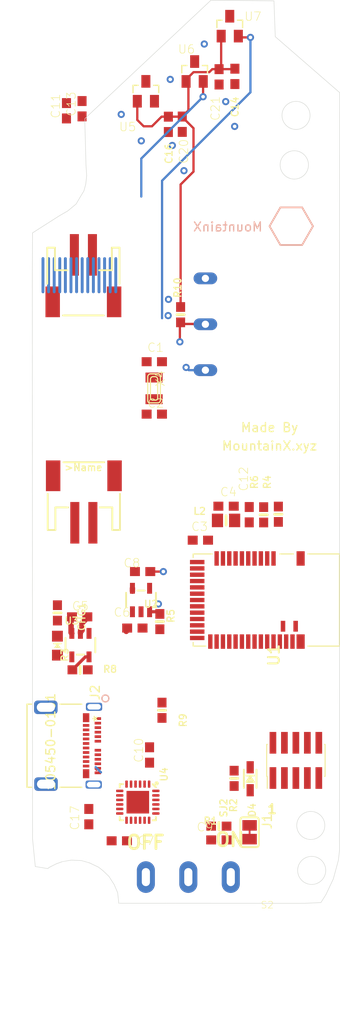
<source format=kicad_pcb>
(kicad_pcb (version 20171130) (host pcbnew "(6.0.0-rc1-dev-1027-g90233e5ec)")

  (general
    (thickness 1.6)
    (drawings 182)
    (tracks 77)
    (zones 0)
    (modules 46)
    (nets 32)
  )

  (page A4)
  (layers
    (0 Top signal)
    (31 Bottom signal)
    (32 B.Adhes user)
    (33 F.Adhes user)
    (34 B.Paste user)
    (35 F.Paste user)
    (36 B.SilkS user)
    (37 F.SilkS user)
    (38 B.Mask user)
    (39 F.Mask user)
    (40 Dwgs.User user hide)
    (41 Cmts.User user)
    (42 Eco1.User user)
    (43 Eco2.User user)
    (44 Edge.Cuts user)
    (45 Margin user)
    (46 B.CrtYd user hide)
    (47 F.CrtYd user hide)
    (48 B.Fab user)
    (49 F.Fab user hide)
  )

  (setup
    (last_trace_width 0.25)
    (trace_clearance 0.2)
    (zone_clearance 0.508)
    (zone_45_only yes)
    (trace_min 0.2)
    (via_size 0.8)
    (via_drill 0.4)
    (via_min_size 0.4)
    (via_min_drill 0.3)
    (uvia_size 0.3)
    (uvia_drill 0.1)
    (uvias_allowed no)
    (uvia_min_size 0.2)
    (uvia_min_drill 0.1)
    (edge_width 0.05)
    (segment_width 0.2)
    (pcb_text_width 0.3)
    (pcb_text_size 1.5 1.5)
    (mod_edge_width 0.12)
    (mod_text_size 1 1)
    (mod_text_width 0.15)
    (pad_size 3.5 2)
    (pad_drill 2)
    (pad_to_mask_clearance 0.051)
    (solder_mask_min_width 0.25)
    (aux_axis_origin 0 0)
    (visible_elements 7FFFFFFF)
    (pcbplotparams
      (layerselection 0x010fc_ffffffff)
      (usegerberextensions false)
      (usegerberattributes false)
      (usegerberadvancedattributes false)
      (creategerberjobfile false)
      (excludeedgelayer true)
      (linewidth 0.100000)
      (plotframeref false)
      (viasonmask false)
      (mode 1)
      (useauxorigin false)
      (hpglpennumber 1)
      (hpglpenspeed 20)
      (hpglpendiameter 15.000000)
      (psnegative false)
      (psa4output false)
      (plotreference true)
      (plotvalue false)
      (plotinvisibletext false)
      (padsonsilk false)
      (subtractmaskfromsilk false)
      (outputformat 1)
      (mirror false)
      (drillshape 0)
      (scaleselection 1)
      (outputdirectory "Gerber/REV2/"))
  )

  (net 0 "")
  (net 1 GND)
  (net 2 3.3V)
  (net 3 VBAT)
  (net 4 VBUS)
  (net 5 /SWDIO)
  (net 6 /SWCLK)
  (net 7 /RESET)
  (net 8 /SWO)
  (net 9 /RXD)
  (net 10 /P0.07)
  (net 11 /TXD)
  (net 12 "Net-(C2-Pad1)")
  (net 13 "Net-(C1-Pad1)")
  (net 14 "Net-(L2-Pad2)")
  (net 15 "Net-(C4-Pad1)")
  (net 16 /A7/P0.31)
  (net 17 "Net-(R8-Pad1)")
  (net 18 "Net-(R3-Pad2)")
  (net 19 "Net-(R5-Pad1)")
  (net 20 /DTR)
  (net 21 "Net-(R9-Pad1)")
  (net 22 "Net-(C7-Pad1)")
  (net 23 /A0)
  (net 24 "Net-(CHG1-PadC)")
  (net 25 /A1)
  (net 26 /A2)
  (net 27 /VBB)
  (net 28 "Net-(C9-Pad1)")
  (net 29 "Net-(C11-Pad1)")
  (net 30 USBD+)
  (net 31 USBD-)

  (net_class Default "This is the default net class."
    (clearance 0.2)
    (trace_width 0.25)
    (via_dia 0.8)
    (via_drill 0.4)
    (uvia_dia 0.3)
    (uvia_drill 0.1)
    (add_net /A0)
    (add_net /A1)
    (add_net /A2)
    (add_net /A7/P0.31)
    (add_net /DTR)
    (add_net /P0.07)
    (add_net /RESET)
    (add_net /RXD)
    (add_net /SWCLK)
    (add_net /SWDIO)
    (add_net /SWO)
    (add_net /TXD)
    (add_net /VBB)
    (add_net 3.3V)
    (add_net GND)
    (add_net "Net-(C1-Pad1)")
    (add_net "Net-(C11-Pad1)")
    (add_net "Net-(C2-Pad1)")
    (add_net "Net-(C4-Pad1)")
    (add_net "Net-(C7-Pad1)")
    (add_net "Net-(C9-Pad1)")
    (add_net "Net-(CHG1-PadC)")
    (add_net "Net-(L2-Pad2)")
    (add_net "Net-(R3-Pad2)")
    (add_net "Net-(R5-Pad1)")
    (add_net "Net-(R8-Pad1)")
    (add_net "Net-(R9-Pad1)")
    (add_net USBD+)
    (add_net USBD-)
    (add_net VBAT)
    (add_net VBUS)
  )

  (module eBoard_remote_control:JSTPH2 (layer Top) (tedit 0) (tstamp 5CC0871F)
    (at 183.15 112)
    (descr "2-Pin JST PH Series Right-Angle Connector (+/- for batteries)")
    (path /5CD5CAD6)
    (fp_text reference X1 (at 0 0 -180) (layer F.SilkS) hide
      (effects (font (size 0.77216 0.77216) (thickness 0.138988)) (justify right top))
    )
    (fp_text value JSTPH (at 0 0 -180) (layer F.SilkS) hide
      (effects (font (size 0.77216 0.77216) (thickness 0.077216)) (justify right top))
    )
    (fp_text user >Value (at -2.2225 -1.27) (layer F.Fab)
      (effects (font (size 0.38608 0.38608) (thickness 0.04064)) (justify left bottom))
    )
    (fp_text user >Name (at -2.2225 -1.9685) (layer F.SilkS)
      (effects (font (size 0.77216 0.77216) (thickness 0.146304)) (justify left bottom))
    )
    (fp_line (start -4 4.5) (end -4 0.5) (layer F.SilkS) (width 0.2032))
    (fp_line (start -3.15 4.5) (end -4 4.5) (layer F.SilkS) (width 0.2032))
    (fp_line (start -3.15 2) (end -3.15 4.5) (layer F.SilkS) (width 0.2032))
    (fp_line (start -1.75 2) (end -3.15 2) (layer F.SilkS) (width 0.2032))
    (fp_line (start 3.15 2) (end 1.75 2) (layer F.SilkS) (width 0.2032))
    (fp_line (start 3.15 4.5) (end 3.15 2) (layer F.SilkS) (width 0.2032))
    (fp_line (start 4 4.5) (end 3.15 4.5) (layer F.SilkS) (width 0.2032))
    (fp_line (start 4 0.5) (end 4 4.5) (layer F.SilkS) (width 0.2032))
    (fp_line (start -2.25 -3) (end 2.25 -3) (layer F.SilkS) (width 0.2032))
    (fp_line (start 3.2 4.5) (end 3.2 2) (layer F.Fab) (width 0.2032))
    (fp_line (start 4 4.5) (end 3.2 4.5) (layer F.Fab) (width 0.2032))
    (fp_line (start -3.2 4.5) (end -4 4.5) (layer F.Fab) (width 0.2032))
    (fp_line (start -3.2 2) (end -3.2 4.5) (layer F.Fab) (width 0.2032))
    (fp_line (start 3.2 2) (end -3.2 2) (layer F.Fab) (width 0.2032))
    (fp_line (start -4 4.5) (end -4 -3) (layer F.Fab) (width 0.2032))
    (fp_line (start 4 -3) (end 4 4.5) (layer F.Fab) (width 0.2032))
    (fp_line (start -4 -3) (end 4 -3) (layer F.Fab) (width 0.2032))
    (pad NC2 smd rect (at 3.4 -1.5 90) (size 3.4 1.6) (layers Top F.Paste F.Mask)
      (solder_mask_margin 0.0508))
    (pad NC1 smd rect (at -3.4 -1.5 90) (size 3.4 1.6) (layers Top F.Paste F.Mask)
      (solder_mask_margin 0.0508))
    (pad 2 smd rect (at 1 3.7) (size 1 4.6) (layers Top F.Paste F.Mask)
      (net 3 VBAT) (solder_mask_margin 0.0508))
    (pad 1 smd rect (at -1 3.7) (size 1 4.6) (layers Top F.Paste F.Mask)
      (net 1 GND) (solder_mask_margin 0.0508))
    (model ${KIPRJMOD}/KiCad-SSD1306_OLED-0.91-128x32-master/S2B-PH-SM4-TB.step
      (offset (xyz 0 2.5 0))
      (scale (xyz 1 1 1))
      (rotate (xyz 90 180 0))
    )
  )

  (module eBoard_remote_control:105450-0101 (layer Top) (tedit 5CBF53E5) (tstamp 5CBFFC6B)
    (at 184.7 137.375 270)
    (path /5CC48FA5)
    (fp_text reference J2 (at -2.9 0.3 270) (layer F.SilkS)
      (effects (font (size 1 1) (thickness 0.15)))
    )
    (fp_text value 105450-0101 (at 2.55 5.225 270) (layer F.SilkS)
      (effects (font (size 1 1) (thickness 0.15)))
    )
    (fp_circle (center -2.2324 -0.834001) (end -1.8514 -0.834001) (layer B.SilkS) (width 0.1524))
    (fp_circle (center 0.25 -2.739001) (end 0.631 -2.739001) (layer F.Fab) (width 0.1524))
    (fp_line (start 6.7739 6.519999) (end 6.7739 5.011999) (layer Dwgs.User) (width 0.1524))
    (fp_line (start 7.8661 6.519999) (end 6.7739 6.519999) (layer Dwgs.User) (width 0.1524))
    (fp_line (start 7.8661 5.011999) (end 7.8661 6.519999) (layer Dwgs.User) (width 0.1524))
    (fp_line (start 6.7739 5.011999) (end 7.8661 5.011999) (layer Dwgs.User) (width 0.1524))
    (fp_line (start 6.7739 6.519999) (end 6.7739 5.011999) (layer Dwgs.User) (width 0.1524))
    (fp_line (start 7.8661 6.519999) (end 6.7739 6.519999) (layer Dwgs.User) (width 0.1524))
    (fp_line (start 7.8661 5.011999) (end 7.8661 6.519999) (layer Dwgs.User) (width 0.1524))
    (fp_line (start 6.7739 5.011999) (end 7.8661 5.011999) (layer Dwgs.User) (width 0.1524))
    (fp_line (start -1.866101 6.519999) (end -1.866101 5.011999) (layer Dwgs.User) (width 0.1524))
    (fp_line (start -0.773901 6.519999) (end -1.866101 6.519999) (layer Dwgs.User) (width 0.1524))
    (fp_line (start -0.773901 5.011999) (end -0.773901 6.519999) (layer Dwgs.User) (width 0.1524))
    (fp_line (start -1.866101 5.011999) (end -0.773901 5.011999) (layer Dwgs.User) (width 0.1524))
    (fp_line (start -1.866101 0.950999) (end -1.87 -0.057001) (layer Dwgs.User) (width 0.1524))
    (fp_line (start -0.773901 0.950999) (end -1.866101 0.950999) (layer Dwgs.User) (width 0.1524))
    (fp_line (start -0.773901 -0.057001) (end -0.773901 0.950999) (layer Dwgs.User) (width 0.1524))
    (fp_line (start -1.87 -0.057001) (end -0.773901 -0.057001) (layer Dwgs.User) (width 0.1524))
    (fp_line (start -1.866101 0.950999) (end -1.87 -0.057001) (layer Dwgs.User) (width 0.1524))
    (fp_line (start -0.773901 0.950999) (end -1.866101 0.950999) (layer Dwgs.User) (width 0.1524))
    (fp_line (start -0.773901 -0.057001) (end -0.773901 0.950999) (layer Dwgs.User) (width 0.1524))
    (fp_line (start -1.87 -0.057001) (end -0.773901 -0.057001) (layer Dwgs.User) (width 0.1524))
    (fp_line (start 6.7739 6.519999) (end 6.7739 5.011999) (layer Dwgs.User) (width 0.1524))
    (fp_line (start 7.8661 6.519999) (end 6.7739 6.519999) (layer Dwgs.User) (width 0.1524))
    (fp_line (start 7.8661 5.011999) (end 7.8661 6.519999) (layer Dwgs.User) (width 0.1524))
    (fp_line (start 6.7739 5.011999) (end 7.8661 5.011999) (layer Dwgs.User) (width 0.1524))
    (fp_line (start -1.866101 0.950999) (end -1.87 -0.057001) (layer Dwgs.User) (width 0.1524))
    (fp_line (start -0.773901 0.950999) (end -1.866101 0.950999) (layer Dwgs.User) (width 0.1524))
    (fp_line (start -0.773901 -0.057001) (end -0.773901 0.950999) (layer Dwgs.User) (width 0.1524))
    (fp_line (start -1.87 -0.057001) (end -0.773901 -0.057001) (layer Dwgs.User) (width 0.1524))
    (fp_line (start 6.7739 0.950999) (end 6.7739 -0.057001) (layer Dwgs.User) (width 0.1524))
    (fp_line (start 7.8661 0.950999) (end 6.7739 0.950999) (layer Dwgs.User) (width 0.1524))
    (fp_line (start 7.8661 -0.057001) (end 7.8661 0.950999) (layer Dwgs.User) (width 0.1524))
    (fp_line (start 6.7739 -0.057001) (end 7.8661 -0.057001) (layer Dwgs.User) (width 0.1524))
    (fp_line (start -1.866101 0.950999) (end -1.866101 -0.057001) (layer Dwgs.User) (width 0.1524))
    (fp_line (start -0.773901 0.950999) (end -1.866101 0.950999) (layer Dwgs.User) (width 0.1524))
    (fp_line (start -0.773901 -0.057001) (end -0.773901 0.950999) (layer Dwgs.User) (width 0.1524))
    (fp_line (start -1.866101 -0.057001) (end -0.773901 -0.057001) (layer Dwgs.User) (width 0.1524))
    (fp_line (start -1.866101 6.519999) (end -1.866101 5.011999) (layer Dwgs.User) (width 0.1524))
    (fp_line (start -0.773901 6.519999) (end -1.866101 6.519999) (layer Dwgs.User) (width 0.1524))
    (fp_line (start -0.773901 5.011999) (end -0.773901 6.519999) (layer Dwgs.User) (width 0.1524))
    (fp_line (start -1.866101 5.011999) (end -0.773901 5.011999) (layer Dwgs.User) (width 0.1524))
    (fp_line (start -1.866101 6.519999) (end -1.866101 5.011999) (layer Dwgs.User) (width 0.1524))
    (fp_line (start -0.773901 6.519999) (end -1.866101 6.519999) (layer Dwgs.User) (width 0.1524))
    (fp_line (start -0.773901 5.011999) (end -0.773901 6.519999) (layer Dwgs.User) (width 0.1524))
    (fp_line (start -1.866101 5.011999) (end -0.773901 5.011999) (layer Dwgs.User) (width 0.1524))
    (fp_line (start -1.866101 6.519999) (end -1.866101 5.011999) (layer Dwgs.User) (width 0.1524))
    (fp_line (start -0.773901 6.519999) (end -1.866101 6.519999) (layer Dwgs.User) (width 0.1524))
    (fp_line (start -0.773901 5.011999) (end -0.773901 6.519999) (layer Dwgs.User) (width 0.1524))
    (fp_line (start -1.866101 5.011999) (end -0.773901 5.011999) (layer Dwgs.User) (width 0.1524))
    (fp_line (start 6.7739 6.519999) (end 6.7739 5.011999) (layer Dwgs.User) (width 0.1524))
    (fp_line (start 7.8661 6.519999) (end 6.7739 6.519999) (layer Dwgs.User) (width 0.1524))
    (fp_line (start 7.8661 5.011999) (end 7.8661 6.519999) (layer Dwgs.User) (width 0.1524))
    (fp_line (start 6.7739 5.011999) (end 7.8661 5.011999) (layer Dwgs.User) (width 0.1524))
    (fp_line (start 6.7739 0.950999) (end 6.7739 -0.057001) (layer Dwgs.User) (width 0.1524))
    (fp_line (start 7.8661 0.950999) (end 6.7739 0.950999) (layer Dwgs.User) (width 0.1524))
    (fp_line (start 7.8661 -0.057001) (end 7.8661 0.950999) (layer Dwgs.User) (width 0.1524))
    (fp_line (start 6.7739 -0.057001) (end 7.8661 -0.057001) (layer Dwgs.User) (width 0.1524))
    (fp_line (start 6.7739 0.950999) (end 6.7739 -0.057001) (layer Dwgs.User) (width 0.1524))
    (fp_line (start 7.8661 0.950999) (end 6.7739 0.950999) (layer Dwgs.User) (width 0.1524))
    (fp_line (start 7.8661 -0.057001) (end 7.8661 0.950999) (layer Dwgs.User) (width 0.1524))
    (fp_line (start 6.7739 -0.057001) (end 7.8661 -0.057001) (layer Dwgs.User) (width 0.1524))
    (fp_line (start 7.4704 -0.184001) (end -1.4704 -0.184001) (layer F.CrtYd) (width 0.1524))
    (fp_line (start 7.4704 7.715399) (end 7.4704 -0.184001) (layer F.CrtYd) (width 0.1524))
    (fp_line (start -1.4704 7.715399) (end 7.4704 7.715399) (layer F.CrtYd) (width 0.1524))
    (fp_line (start -1.4704 -0.184001) (end -1.4704 7.715399) (layer F.CrtYd) (width 0.1524))
    (fp_line (start 7.7244 -0.438001) (end -1.7244 -0.438001) (layer F.CrtYd) (width 0.1524))
    (fp_line (start 7.7244 7.969399) (end 7.7244 -0.438001) (layer F.CrtYd) (width 0.1524))
    (fp_line (start -1.7244 7.969399) (end 7.7244 7.969399) (layer F.CrtYd) (width 0.1524))
    (fp_line (start -1.7244 -0.438001) (end -1.7244 7.969399) (layer F.CrtYd) (width 0.1524))
    (fp_line (start 6.7739 0.950999) (end 6.7739 -0.057001) (layer Dwgs.User) (width 0.1524))
    (fp_line (start 7.8661 0.950999) (end 6.7739 0.950999) (layer Dwgs.User) (width 0.1524))
    (fp_line (start 7.8661 -0.057001) (end 7.8661 0.950999) (layer Dwgs.User) (width 0.1524))
    (fp_line (start 6.7739 -0.057001) (end 7.8661 -0.057001) (layer Dwgs.User) (width 0.1524))
    (fp_line (start -1.5974 1.784911) (end -1.5974 4.178087) (layer F.SilkS) (width 0.1524))
    (fp_line (start 7.5974 4.178087) (end 7.5974 1.784911) (layer F.SilkS) (width 0.1524))
    (fp_line (start 7.5974 7.842399) (end 7.5974 7.353911) (layer F.SilkS) (width 0.1524))
    (fp_line (start -1.5974 7.842399) (end 7.5974 7.842399) (layer F.SilkS) (width 0.1524))
    (fp_line (start -1.5974 7.353911) (end -1.5974 7.842399) (layer F.SilkS) (width 0.1524))
    (fp_line (start -1.4704 -0.184001) (end -1.4704 7.715399) (layer F.Fab) (width 0.1524))
    (fp_line (start 7.4704 -0.184001) (end -1.4704 -0.184001) (layer F.Fab) (width 0.1524))
    (fp_line (start 7.4704 7.715399) (end 7.4704 -0.184001) (layer F.Fab) (width 0.1524))
    (fp_line (start -1.4704 7.715399) (end 7.4704 7.715399) (layer F.Fab) (width 0.1524))
    (fp_text user * (at 0 0 270) (layer F.Fab)
      (effects (font (size 1 1) (thickness 0.15)))
    )
    (fp_text user * (at 0 0 270) (layer F.SilkS)
      (effects (font (size 1 1) (thickness 0.15)))
    )
    (fp_text user "Copyright 2016 Accelerated Designs. All rights reserved." (at 0 0 270) (layer Cmts.User)
      (effects (font (size 0.127 0.127) (thickness 0.002)))
    )
    (pad 25 thru_hole roundrect (at -1.31 0.42 270) (size 0.9 1.8) (drill oval 0.6096 1.5) (layers *.Cu *.Mask) (roundrect_rratio 0.25))
    (pad B1 smd rect (at 6.099999 1.299997 270) (size 0.9906 0.7112) (layers Top F.Paste F.Mask)
      (net 1 GND))
    (pad A12 smd rect (at 5.999999 0 270) (size 0.3048 0.7112) (layers Top F.Paste F.Mask)
      (net 1 GND))
    (pad B2 smd rect (at 5.25 1.299997 270) (size 0.3048 0.7112) (layers Top F.Paste F.Mask))
    (pad A11 smd rect (at 5.5 0 270) (size 0.3048 0.7112) (layers Top F.Paste F.Mask))
    (pad B3 smd rect (at 4.749999 1.299997 270) (size 0.3048 0.7112) (layers Top F.Paste F.Mask))
    (pad A10 smd rect (at 4.999999 0 270) (size 0.3048 0.7112) (layers Top F.Paste F.Mask))
    (pad B4 smd rect (at 4.25 1.299997 270) (size 0.3048 0.7112) (layers Top F.Paste F.Mask)
      (net 4 VBUS))
    (pad A9 smd rect (at 4.5 0 270) (size 0.3048 0.7112) (layers Top F.Paste F.Mask)
      (net 4 VBUS))
    (pad B5 smd rect (at 3.750001 1.299997 270) (size 0.3048 0.7112) (layers Top F.Paste F.Mask))
    (pad A8 smd rect (at 4.000001 0 270) (size 0.3048 0.7112) (layers Top F.Paste F.Mask))
    (pad B6 smd rect (at 3.249999 1.299997 270) (size 0.3048 0.7112) (layers Top F.Paste F.Mask)
      (net 30 USBD+))
    (pad A7 smd rect (at 3.499999 0 270) (size 0.3048 0.7112) (layers Top F.Paste F.Mask)
      (net 31 USBD-))
    (pad B7 smd rect (at 2.75 1.299997 270) (size 0.3048 0.7112) (layers Top F.Paste F.Mask)
      (net 31 USBD-))
    (pad A6 smd rect (at 2.5 0 270) (size 0.3048 0.7112) (layers Top F.Paste F.Mask)
      (net 30 USBD+))
    (pad B8 smd rect (at 2.249999 1.299997 270) (size 0.3048 0.7112) (layers Top F.Paste F.Mask))
    (pad A5 smd rect (at 1.999999 0 270) (size 0.3048 0.7112) (layers Top F.Paste F.Mask))
    (pad B9 smd rect (at 1.75 1.299997 270) (size 0.3048 0.7112) (layers Top F.Paste F.Mask)
      (net 4 VBUS))
    (pad A4 smd rect (at 1.5 0 270) (size 0.3048 0.7112) (layers Top F.Paste F.Mask)
      (net 4 VBUS))
    (pad B10 smd rect (at 1.250001 1.299997 270) (size 0.3048 0.7112) (layers Top F.Paste F.Mask))
    (pad A3 smd rect (at 1.000001 0 270) (size 0.3048 0.7112) (layers Top F.Paste F.Mask))
    (pad B11 smd rect (at 0.749999 1.299997 270) (size 0.3048 0.7112) (layers Top F.Paste F.Mask))
    (pad A2 smd rect (at 0.499999 0 270) (size 0.3048 0.7112) (layers Top F.Paste F.Mask))
    (pad B12 smd rect (at -0.1 1.299997 270) (size 0.9906 0.7112) (layers Top F.Paste F.Mask)
      (net 1 GND))
    (pad A1 smd rect (at 0 0 270) (size 0.3048 0.7112) (layers Top F.Paste F.Mask)
      (net 1 GND))
    (pad 25 thru_hole roundrect (at -1.25 5.76 270) (size 1.5 2.6) (drill oval 1 2) (layers *.Cu *.Mask) (roundrect_rratio 0.25))
    (pad 25 thru_hole roundrect (at 7.25 5.74 270) (size 1.5 2.6) (drill oval 1 2) (layers *.Cu *.Mask) (roundrect_rratio 0.25))
    (pad 25 thru_hole roundrect (at 7.3 0.46 270) (size 0.9 1.8) (drill oval 0.6096 1.5) (layers *.Cu *.Mask) (roundrect_rratio 0.25))
    (model ${KIPRJMOD}/KiCad-SSD1306_OLED-0.91-128x32-master/1054500101.stp
      (offset (xyz 3 -3 1.65))
      (scale (xyz 1 1 1))
      (rotate (xyz 0 0 -180))
    )
  )

  (module eBoard_remote_control:C0603 (layer Top) (tedit 0) (tstamp 5CBFEA15)
    (at 182.95 69.875 90)
    (descr <b>CAPACITOR</b>)
    (path /5CC3F84D)
    (fp_text reference C13 (at -0.905 -0.635 90) (layer F.SilkS)
      (effects (font (size 0.95 0.95) (thickness 0.076)) (justify left bottom))
    )
    (fp_text value 100n (at 0 0 90) (layer F.SilkS) hide
      (effects (font (size 1.27 1.27) (thickness 0.15)))
    )
    (fp_poly (pts (xy -0.1999 0.3) (xy 0.1999 0.3) (xy 0.1999 -0.3) (xy -0.1999 -0.3)) (layer F.Adhes) (width 0))
    (fp_poly (pts (xy 0.3302 0.4699) (xy 0.8303 0.4699) (xy 0.8303 -0.4801) (xy 0.3302 -0.4801)) (layer F.Fab) (width 0))
    (fp_poly (pts (xy -0.8382 0.4699) (xy -0.3381 0.4699) (xy -0.3381 -0.4801) (xy -0.8382 -0.4801)) (layer F.Fab) (width 0))
    (fp_line (start -0.356 0.419) (end 0.356 0.419) (layer F.Fab) (width 0.1016))
    (fp_line (start -0.356 -0.432) (end 0.356 -0.432) (layer F.Fab) (width 0.1016))
    (fp_line (start -1.473 0.729) (end -1.473 -0.729) (layer Dwgs.User) (width 0.0508))
    (fp_line (start 1.473 0.729) (end -1.473 0.729) (layer Dwgs.User) (width 0.0508))
    (fp_line (start 1.473 -0.729) (end 1.473 0.729) (layer Dwgs.User) (width 0.0508))
    (fp_line (start -1.473 -0.729) (end 1.473 -0.729) (layer Dwgs.User) (width 0.0508))
    (pad 2 smd rect (at 0.85 0 90) (size 1.1 1) (layers Top F.Paste F.Mask)
      (net 1 GND) (solder_mask_margin 0.0508))
    (pad 1 smd rect (at -0.85 0 90) (size 1.1 1) (layers Top F.Paste F.Mask)
      (net 29 "Net-(C11-Pad1)") (solder_mask_margin 0.0508))
  )

  (module eBoard_remote_control:C0603 (layer Top) (tedit 0) (tstamp 5CBFE9EA)
    (at 181.225 70.1 90)
    (descr <b>CAPACITOR</b>)
    (path /5CC3F841)
    (fp_text reference C11 (at -0.905 -0.635 90) (layer F.SilkS)
      (effects (font (size 0.95 0.95) (thickness 0.076)) (justify left bottom))
    )
    (fp_text value 10µF (at 0 0 90) (layer F.SilkS) hide
      (effects (font (size 1.27 1.27) (thickness 0.15)))
    )
    (fp_poly (pts (xy -0.1999 0.3) (xy 0.1999 0.3) (xy 0.1999 -0.3) (xy -0.1999 -0.3)) (layer F.Adhes) (width 0))
    (fp_poly (pts (xy 0.3302 0.4699) (xy 0.8303 0.4699) (xy 0.8303 -0.4801) (xy 0.3302 -0.4801)) (layer F.Fab) (width 0))
    (fp_poly (pts (xy -0.8382 0.4699) (xy -0.3381 0.4699) (xy -0.3381 -0.4801) (xy -0.8382 -0.4801)) (layer F.Fab) (width 0))
    (fp_line (start -0.356 0.419) (end 0.356 0.419) (layer F.Fab) (width 0.1016))
    (fp_line (start -0.356 -0.432) (end 0.356 -0.432) (layer F.Fab) (width 0.1016))
    (fp_line (start -1.473 0.729) (end -1.473 -0.729) (layer Dwgs.User) (width 0.0508))
    (fp_line (start 1.473 0.729) (end -1.473 0.729) (layer Dwgs.User) (width 0.0508))
    (fp_line (start 1.473 -0.729) (end 1.473 0.729) (layer Dwgs.User) (width 0.0508))
    (fp_line (start -1.473 -0.729) (end 1.473 -0.729) (layer Dwgs.User) (width 0.0508))
    (pad 2 smd rect (at 0.85 0 90) (size 1.1 1) (layers Top F.Paste F.Mask)
      (net 1 GND) (solder_mask_margin 0.0508))
    (pad 1 smd rect (at -0.85 0 90) (size 1.1 1) (layers Top F.Paste F.Mask)
      (net 29 "Net-(C11-Pad1)") (solder_mask_margin 0.0508))
  )

  (module eBoard_remote_control:0603-NO (layer Top) (tedit 0) (tstamp 5CBFCF22)
    (at 198.1 149.275 180)
    (path /5CBFBD28)
    (fp_text reference R1 (at 1.778 0.127 180) (layer F.SilkS)
      (effects (font (size 0.77216 0.77216) (thickness 0.138988)) (justify left bottom))
    )
    (fp_text value 1K (at 1.778 0.762 180) (layer F.Fab)
      (effects (font (size 0.38608 0.38608) (thickness 0.038608)) (justify left bottom))
    )
    (fp_line (start 0 -0.4) (end 0 0.4) (layer F.SilkS) (width 0.3048))
    (fp_poly (pts (xy -0.1999 0.3) (xy 0.1999 0.3) (xy 0.1999 -0.3) (xy -0.1999 -0.3)) (layer F.Adhes) (width 0))
    (fp_poly (pts (xy 0.3302 0.4699) (xy 0.8303 0.4699) (xy 0.8303 -0.4801) (xy 0.3302 -0.4801)) (layer F.Fab) (width 0))
    (fp_poly (pts (xy -0.8382 0.4699) (xy -0.3381 0.4699) (xy -0.3381 -0.4801) (xy -0.8382 -0.4801)) (layer F.Fab) (width 0))
    (fp_line (start -0.356 0.419) (end 0.356 0.419) (layer F.Fab) (width 0.1016))
    (fp_line (start -0.356 -0.432) (end 0.356 -0.432) (layer F.Fab) (width 0.1016))
    (fp_line (start -1.473 0.729) (end -1.473 -0.729) (layer Dwgs.User) (width 0.0508))
    (fp_line (start 1.473 0.729) (end -1.473 0.729) (layer Dwgs.User) (width 0.0508))
    (fp_line (start 1.473 -0.729) (end 1.473 0.729) (layer Dwgs.User) (width 0.0508))
    (fp_line (start -1.473 -0.729) (end 1.473 -0.729) (layer Dwgs.User) (width 0.0508))
    (pad 2 smd rect (at 0.85 0 180) (size 1.075 1) (layers Top F.Paste F.Mask)
      (net 20 /DTR) (solder_mask_margin 0.0508))
    (pad 1 smd rect (at -0.85 0 180) (size 1.075 1) (layers Top F.Paste F.Mask)
      (net 1 GND) (solder_mask_margin 0.0508))
  )

  (module eBoard_remote_control:SSD1306_OLED-0.91-128x32 (layer Bottom) (tedit 5CBF27F7) (tstamp 5CBFA32C)
    (at 178.175 85.95 270)
    (path /5CC03FF3)
    (fp_text reference U8 (at -4.79 3.37 270) (layer B.SilkS) hide
      (effects (font (size 1 1) (thickness 0.15)) (justify mirror))
    )
    (fp_text value SSD1306 (at 2.16 3.46 270) (layer B.Fab)
      (effects (font (size 1 1) (thickness 0.15)) (justify mirror))
    )
    (pad 14 smd oval (at 2.35 -0.45 270) (size 4 0.32) (layers Bottom B.Paste B.Mask))
    (pad 13 smd oval (at 2.35 -1.07 270) (size 4 0.32) (layers Bottom B.Paste B.Mask))
    (pad 12 smd oval (at 2.35 -1.69 270) (size 4 0.32) (layers Bottom B.Paste B.Mask))
    (pad 11 smd oval (at 2.35 -2.31 270) (size 4 0.32) (layers Bottom B.Paste B.Mask))
    (pad 10 smd oval (at 2.35 -2.93 270) (size 4 0.32) (layers Bottom B.Paste B.Mask))
    (pad 9 smd oval (at 2.35 -3.55 270) (size 4 0.32) (layers Bottom B.Paste B.Mask))
    (pad 8 smd oval (at 2.35 -4.17 270) (size 4 0.32) (layers Bottom B.Paste B.Mask))
    (pad 7 smd oval (at 2.35 -4.79 270) (size 4 0.32) (layers Bottom B.Paste B.Mask))
    (pad 6 smd oval (at 2.35 -5.41 270) (size 4 0.32) (layers Bottom B.Paste B.Mask))
    (pad 5 smd oval (at 2.35 -6.03 270) (size 4 0.32) (layers Bottom B.Paste B.Mask))
    (pad 4 smd oval (at 2.35 -6.65 270) (size 4 0.32) (layers Bottom B.Paste B.Mask))
    (pad 3 smd oval (at 2.35 -7.27 270) (size 4 0.32) (layers Bottom B.Paste B.Mask))
    (pad 2 smd oval (at 2.35 -7.89 270) (size 4 0.32) (layers Bottom B.Paste B.Mask))
    (pad 1 smd oval (at 2.35 -8.51 270) (size 4 0.32) (layers Bottom B.Paste B.Mask))
    (model "${KIPRJMOD}/KiCad-SSD1306_OLED-0.91-128x32-master/0.91in OLED - Folded Flush - Without Glass.stp"
      (offset (xyz 17.9 -6.65 0.1))
      (scale (xyz 1 1 1))
      (rotate (xyz 0 0 -180))
    )
  )

  (module eBoard_remote_control:0603-NO (layer Top) (tedit 0) (tstamp 5BDE71AA)
    (at 191.565235 126.63621 270)
    (path /34D4A047)
    (fp_text reference R5 (at 0.21844 -1.66624 270) (layer F.SilkS)
      (effects (font (size 0.77216 0.77216) (thickness 0.138988)) (justify left bottom))
    )
    (fp_text value 100K (at 1.778 0.762 270) (layer F.Fab)
      (effects (font (size 0.77216 0.77216) (thickness 0.077216)) (justify left bottom))
    )
    (fp_line (start 0 -0.4) (end 0 0.4) (layer F.SilkS) (width 0.3048))
    (fp_poly (pts (xy -0.1999 0.3) (xy 0.1999 0.3) (xy 0.1999 -0.3) (xy -0.1999 -0.3)) (layer F.Adhes) (width 0))
    (fp_poly (pts (xy 0.3302 0.4699) (xy 0.8303 0.4699) (xy 0.8303 -0.4801) (xy 0.3302 -0.4801)) (layer F.Fab) (width 0))
    (fp_poly (pts (xy -0.8382 0.4699) (xy -0.3381 0.4699) (xy -0.3381 -0.4801) (xy -0.8382 -0.4801)) (layer F.Fab) (width 0))
    (fp_line (start -0.356 0.419) (end 0.356 0.419) (layer F.Fab) (width 0.1016))
    (fp_line (start -0.356 -0.432) (end 0.356 -0.432) (layer F.Fab) (width 0.1016))
    (fp_line (start -1.473 0.729) (end -1.473 -0.729) (layer Dwgs.User) (width 0.0508))
    (fp_line (start 1.473 0.729) (end -1.473 0.729) (layer Dwgs.User) (width 0.0508))
    (fp_line (start 1.473 -0.729) (end 1.473 0.729) (layer Dwgs.User) (width 0.0508))
    (fp_line (start -1.473 -0.729) (end 1.473 -0.729) (layer Dwgs.User) (width 0.0508))
    (pad 2 smd rect (at 0.85 0 270) (size 1.075 1) (layers Top F.Paste F.Mask)
      (net 27 /VBB) (solder_mask_margin 0.0508))
    (pad 1 smd rect (at -0.85 0 270) (size 1.075 1) (layers Top F.Paste F.Mask)
      (net 19 "Net-(R5-Pad1)") (solder_mask_margin 0.0508))
  )

  (module eBoard_remote_control:K9-1267B-L (layer Top) (tedit 5C34F552) (tstamp 5C370CC0)
    (at 196.60616 93.73108 270)
    (path /788C9994)
    (fp_text reference S1 (at -7.62 -3.81 270) (layer F.Fab) hide
      (effects (font (size 0.76 0.76) (thickness 0.064)))
    )
    (fp_text value K9-1267B-L (at 0 -7.62 270) (layer F.Fab) hide
      (effects (font (size 1.27 1.27) (thickness 0.15)))
    )
    (fp_line (start -2.5 -9.9) (end -2.5 -9.25) (layer F.Fab) (width 0.1524))
    (fp_line (start -3.5 -9.9) (end -2.5 -9.9) (layer F.Fab) (width 0.1524))
    (fp_line (start -3.5 -9.25) (end -3.5 -9.9) (layer F.Fab) (width 0.1524))
    (fp_line (start -6.35 -9.25) (end 8.15 -12.7) (layer F.Fab) (width 0.1524))
    (fp_line (start -6.35 -9.25) (end -6.35 -2.7) (layer F.Fab) (width 0.1524))
    (fp_line (start -3.5 -9.25) (end -6.35 -9.25) (layer F.Fab) (width 0.1524))
    (fp_line (start -2.5 -9.25) (end -3.5 -9.25) (layer F.Fab) (width 0.1524))
    (fp_line (start 6.35 -9.25) (end -2.5 -9.25) (layer F.Fab) (width 0.1524))
    (fp_line (start 6.35 -2.7) (end 6.35 -9.25) (layer F.Fab) (width 0.1524))
    (fp_line (start -6.35 -2.7) (end 6.35 -2.7) (layer F.Fab) (width 0.1524))
    (pad P1 thru_hole oval (at 5.08 0) (size 2.616 1.308) (drill 0.8) (layers *.Cu *.Mask)
      (net 1 GND) (solder_mask_margin 0.0508))
    (pad P3 thru_hole oval (at -5.08 0) (size 2.616 1.308) (drill 0.8) (layers *.Cu *.Mask)
      (solder_mask_margin 0.0508))
    (pad P2 thru_hole oval (at 0 0) (size 2.616 1.308) (drill 0.8) (layers *.Cu *.Mask)
      (net 10 /P0.07) (solder_mask_margin 0.0508))
    (model "${KIPRJMOD}/KiCad-SSD1306_OLED-0.91-128x32-master/SIngle part PCB micro switch.stp"
      (offset (xyz 0 6 0))
      (scale (xyz 1 1 1))
      (rotate (xyz 0 0 0))
    )
  )

  (module eBoard_remote_control:C0603 (layer Top) (tedit 0) (tstamp 5BD8C567)
    (at 201.459534 114.804926 90)
    (descr <b>CAPACITOR</b>)
    (path /856FC785)
    (fp_text reference C12 (at 2.529926 -0.059534 90) (layer F.SilkS)
      (effects (font (size 0.95 0.95) (thickness 0.076)) (justify left bottom))
    )
    (fp_text value 1nF (at 0 0 90) (layer F.Fab) hide
      (effects (font (size 1.27 1.27) (thickness 0.15)))
    )
    (fp_line (start -1.473 -0.729) (end 1.473 -0.729) (layer Dwgs.User) (width 0.0508))
    (fp_line (start 1.473 -0.729) (end 1.473 0.729) (layer Dwgs.User) (width 0.0508))
    (fp_line (start 1.473 0.729) (end -1.473 0.729) (layer Dwgs.User) (width 0.0508))
    (fp_line (start -1.473 0.729) (end -1.473 -0.729) (layer Dwgs.User) (width 0.0508))
    (fp_line (start -0.356 -0.432) (end 0.356 -0.432) (layer F.Fab) (width 0.1016))
    (fp_line (start -0.356 0.419) (end 0.356 0.419) (layer F.Fab) (width 0.1016))
    (fp_poly (pts (xy -0.8382 0.4699) (xy -0.3381 0.4699) (xy -0.3381 -0.4801) (xy -0.8382 -0.4801)) (layer F.Fab) (width 0))
    (fp_poly (pts (xy 0.3302 0.4699) (xy 0.8303 0.4699) (xy 0.8303 -0.4801) (xy 0.3302 -0.4801)) (layer F.Fab) (width 0))
    (fp_poly (pts (xy -0.1999 0.3) (xy 0.1999 0.3) (xy 0.1999 -0.3) (xy -0.1999 -0.3)) (layer F.Adhes) (width 0))
    (pad 1 smd rect (at -0.85 0 90) (size 1.1 1) (layers Top F.Paste F.Mask)
      (net 16 /A7/P0.31) (solder_mask_margin 0.0508))
    (pad 2 smd rect (at 0.85 0 90) (size 1.1 1) (layers Top F.Paste F.Mask)
      (net 1 GND) (solder_mask_margin 0.0508))
  )

  (module eBoard_remote_control:C0603 (layer Top) (tedit 0) (tstamp 5BDE2CDA)
    (at 190.425 141.4 90)
    (descr <b>CAPACITOR</b>)
    (path /6EEB2871)
    (fp_text reference C10 (at -0.905 -0.635 90) (layer F.SilkS)
      (effects (font (size 0.95 0.95) (thickness 0.076)) (justify left bottom))
    )
    (fp_text value 0.1uF (at 2.184618 2.650137 90) (layer F.Fab) hide
      (effects (font (size 0.5 0.5) (thickness 0.125)))
    )
    (fp_poly (pts (xy -0.1999 0.3) (xy 0.1999 0.3) (xy 0.1999 -0.3) (xy -0.1999 -0.3)) (layer F.Adhes) (width 0))
    (fp_poly (pts (xy 0.3302 0.4699) (xy 0.8303 0.4699) (xy 0.8303 -0.4801) (xy 0.3302 -0.4801)) (layer F.Fab) (width 0))
    (fp_poly (pts (xy -0.8382 0.4699) (xy -0.3381 0.4699) (xy -0.3381 -0.4801) (xy -0.8382 -0.4801)) (layer F.Fab) (width 0))
    (fp_line (start -0.356 0.419) (end 0.356 0.419) (layer F.Fab) (width 0.1016))
    (fp_line (start -0.356 -0.432) (end 0.356 -0.432) (layer F.Fab) (width 0.1016))
    (fp_line (start -1.473 0.729) (end -1.473 -0.729) (layer Dwgs.User) (width 0.0508))
    (fp_line (start 1.473 0.729) (end -1.473 0.729) (layer Dwgs.User) (width 0.0508))
    (fp_line (start 1.473 -0.729) (end 1.473 0.729) (layer Dwgs.User) (width 0.0508))
    (fp_line (start -1.473 -0.729) (end 1.473 -0.729) (layer Dwgs.User) (width 0.0508))
    (pad 2 smd rect (at 0.85 0 90) (size 1.1 1) (layers Top F.Paste F.Mask)
      (net 1 GND) (solder_mask_margin 0.0508))
    (pad 1 smd rect (at -0.85 0 90) (size 1.1 1) (layers Top F.Paste F.Mask)
      (net 2 3.3V) (solder_mask_margin 0.0508))
  )

  (module eBoard_remote_control:C0603 (layer Top) (tedit 0) (tstamp 5BDE720E)
    (at 189.657643 121.100115)
    (descr <b>CAPACITOR</b>)
    (path /4085EC5D)
    (fp_text reference C8 (at -2.166568 -0.392265) (layer F.SilkS)
      (effects (font (size 0.95 0.95) (thickness 0.076)) (justify left bottom))
    )
    (fp_text value 10µF (at 0 0) (layer F.Fab) hide
      (effects (font (size 1.27 1.27) (thickness 0.15)))
    )
    (fp_poly (pts (xy -0.1999 0.3) (xy 0.1999 0.3) (xy 0.1999 -0.3) (xy -0.1999 -0.3)) (layer F.Adhes) (width 0))
    (fp_poly (pts (xy 0.3302 0.4699) (xy 0.8303 0.4699) (xy 0.8303 -0.4801) (xy 0.3302 -0.4801)) (layer F.Fab) (width 0))
    (fp_poly (pts (xy -0.8382 0.4699) (xy -0.3381 0.4699) (xy -0.3381 -0.4801) (xy -0.8382 -0.4801)) (layer F.Fab) (width 0))
    (fp_line (start -0.356 0.419) (end 0.356 0.419) (layer F.Fab) (width 0.1016))
    (fp_line (start -0.356 -0.432) (end 0.356 -0.432) (layer F.Fab) (width 0.1016))
    (fp_line (start -1.473 0.729) (end -1.473 -0.729) (layer Dwgs.User) (width 0.0508))
    (fp_line (start 1.473 0.729) (end -1.473 0.729) (layer Dwgs.User) (width 0.0508))
    (fp_line (start 1.473 -0.729) (end 1.473 0.729) (layer Dwgs.User) (width 0.0508))
    (fp_line (start -1.473 -0.729) (end 1.473 -0.729) (layer Dwgs.User) (width 0.0508))
    (pad 2 smd rect (at 0.85 0) (size 1.1 1) (layers Top F.Paste F.Mask)
      (net 1 GND) (solder_mask_margin 0.0508))
    (pad 1 smd rect (at -0.85 0) (size 1.1 1) (layers Top F.Paste F.Mask)
      (net 2 3.3V) (solder_mask_margin 0.0508))
  )

  (module eBoard_remote_control:C0603 (layer Top) (tedit 0) (tstamp 5BDE2E46)
    (at 187.075 150.9 180)
    (descr <b>CAPACITOR</b>)
    (path /75092A6A)
    (fp_text reference C7 (at -1.989737 -0.533182 180) (layer F.SilkS)
      (effects (font (size 0.95 0.95) (thickness 0.076)) (justify left bottom))
    )
    (fp_text value 10uf (at -2.599337 -1.041182 180) (layer F.Fab) hide
      (effects (font (size 0.5 0.5) (thickness 0.125)))
    )
    (fp_poly (pts (xy -0.1999 0.3) (xy 0.1999 0.3) (xy 0.1999 -0.3) (xy -0.1999 -0.3)) (layer F.Adhes) (width 0))
    (fp_poly (pts (xy 0.3302 0.4699) (xy 0.8303 0.4699) (xy 0.8303 -0.4801) (xy 0.3302 -0.4801)) (layer F.Fab) (width 0))
    (fp_poly (pts (xy -0.8382 0.4699) (xy -0.3381 0.4699) (xy -0.3381 -0.4801) (xy -0.8382 -0.4801)) (layer F.Fab) (width 0))
    (fp_line (start -0.356 0.419) (end 0.356 0.419) (layer F.Fab) (width 0.1016))
    (fp_line (start -0.356 -0.432) (end 0.356 -0.432) (layer F.Fab) (width 0.1016))
    (fp_line (start -1.473 0.729) (end -1.473 -0.729) (layer Dwgs.User) (width 0.0508))
    (fp_line (start 1.473 0.729) (end -1.473 0.729) (layer Dwgs.User) (width 0.0508))
    (fp_line (start 1.473 -0.729) (end 1.473 0.729) (layer Dwgs.User) (width 0.0508))
    (fp_line (start -1.473 -0.729) (end 1.473 -0.729) (layer Dwgs.User) (width 0.0508))
    (pad 2 smd rect (at 0.85 0 180) (size 1.1 1) (layers Top F.Paste F.Mask)
      (net 1 GND) (solder_mask_margin 0.0508))
    (pad 1 smd rect (at -0.85 0 180) (size 1.1 1) (layers Top F.Paste F.Mask)
      (net 22 "Net-(C7-Pad1)") (solder_mask_margin 0.0508))
  )

  (module eBoard_remote_control:C0603 (layer Top) (tedit 0) (tstamp 5BDE722C)
    (at 188.796635 127.35249)
    (descr <b>CAPACITOR</b>)
    (path /6333BD7E)
    (fp_text reference C6 (at -2.39776 -1.18364) (layer F.SilkS)
      (effects (font (size 0.95 0.95) (thickness 0.076)) (justify left bottom))
    )
    (fp_text value 10µF (at 0 0) (layer F.Fab) hide
      (effects (font (size 1.27 1.27) (thickness 0.15)))
    )
    (fp_poly (pts (xy -0.1999 0.3) (xy 0.1999 0.3) (xy 0.1999 -0.3) (xy -0.1999 -0.3)) (layer F.Adhes) (width 0))
    (fp_poly (pts (xy 0.3302 0.4699) (xy 0.8303 0.4699) (xy 0.8303 -0.4801) (xy 0.3302 -0.4801)) (layer F.Fab) (width 0))
    (fp_poly (pts (xy -0.8382 0.4699) (xy -0.3381 0.4699) (xy -0.3381 -0.4801) (xy -0.8382 -0.4801)) (layer F.Fab) (width 0))
    (fp_line (start -0.356 0.419) (end 0.356 0.419) (layer F.Fab) (width 0.1016))
    (fp_line (start -0.356 -0.432) (end 0.356 -0.432) (layer F.Fab) (width 0.1016))
    (fp_line (start -1.473 0.729) (end -1.473 -0.729) (layer Dwgs.User) (width 0.0508))
    (fp_line (start 1.473 0.729) (end -1.473 0.729) (layer Dwgs.User) (width 0.0508))
    (fp_line (start 1.473 -0.729) (end 1.473 0.729) (layer Dwgs.User) (width 0.0508))
    (fp_line (start -1.473 -0.729) (end 1.473 -0.729) (layer Dwgs.User) (width 0.0508))
    (pad 2 smd rect (at 0.85 0) (size 1.1 1) (layers Top F.Paste F.Mask)
      (net 1 GND) (solder_mask_margin 0.0508))
    (pad 1 smd rect (at -0.85 0) (size 1.1 1) (layers Top F.Paste F.Mask)
      (net 27 /VBB) (solder_mask_margin 0.0508))
  )

  (module eBoard_remote_control:C0603 (layer Top) (tedit 0) (tstamp 5BDE72B3)
    (at 182.68712 126.11288)
    (descr <b>CAPACITOR</b>)
    (path /CC92E58C)
    (fp_text reference C5 (at -0.905 -0.635) (layer F.SilkS)
      (effects (font (size 0.95 0.95) (thickness 0.076)) (justify left bottom))
    )
    (fp_text value 10µF (at 0 0) (layer F.Fab) hide
      (effects (font (size 1.27 1.27) (thickness 0.15)))
    )
    (fp_poly (pts (xy -0.1999 0.3) (xy 0.1999 0.3) (xy 0.1999 -0.3) (xy -0.1999 -0.3)) (layer F.Adhes) (width 0))
    (fp_poly (pts (xy 0.3302 0.4699) (xy 0.8303 0.4699) (xy 0.8303 -0.4801) (xy 0.3302 -0.4801)) (layer F.Fab) (width 0))
    (fp_poly (pts (xy -0.8382 0.4699) (xy -0.3381 0.4699) (xy -0.3381 -0.4801) (xy -0.8382 -0.4801)) (layer F.Fab) (width 0))
    (fp_line (start -0.356 0.419) (end 0.356 0.419) (layer F.Fab) (width 0.1016))
    (fp_line (start -0.356 -0.432) (end 0.356 -0.432) (layer F.Fab) (width 0.1016))
    (fp_line (start -1.473 0.729) (end -1.473 -0.729) (layer Dwgs.User) (width 0.0508))
    (fp_line (start 1.473 0.729) (end -1.473 0.729) (layer Dwgs.User) (width 0.0508))
    (fp_line (start 1.473 -0.729) (end 1.473 0.729) (layer Dwgs.User) (width 0.0508))
    (fp_line (start -1.473 -0.729) (end 1.473 -0.729) (layer Dwgs.User) (width 0.0508))
    (pad 2 smd rect (at 0.85 0) (size 1.1 1) (layers Top F.Paste F.Mask)
      (net 1 GND) (solder_mask_margin 0.0508))
    (pad 1 smd rect (at -0.85 0) (size 1.1 1) (layers Top F.Paste F.Mask)
      (net 3 VBAT) (solder_mask_margin 0.0508))
  )

  (module eBoard_remote_control:C0603 (layer Top) (tedit 0) (tstamp 5BD2E9AB)
    (at 198.895144 113.864082 180)
    (descr <b>CAPACITOR</b>)
    (path /674C1B16)
    (fp_text reference C4 (at 0.7112 1.016 180) (layer F.SilkS)
      (effects (font (size 0.95 0.95) (thickness 0.076)) (justify left bottom))
    )
    (fp_text value 1uF (at 0 0 180) (layer F.SilkS) hide
      (effects (font (size 1.27 1.27) (thickness 0.15)))
    )
    (fp_line (start -1.473 -0.729) (end 1.473 -0.729) (layer Dwgs.User) (width 0.0508))
    (fp_line (start 1.473 -0.729) (end 1.473 0.729) (layer Dwgs.User) (width 0.0508))
    (fp_line (start 1.473 0.729) (end -1.473 0.729) (layer Dwgs.User) (width 0.0508))
    (fp_line (start -1.473 0.729) (end -1.473 -0.729) (layer Dwgs.User) (width 0.0508))
    (fp_line (start -0.356 -0.432) (end 0.356 -0.432) (layer F.Fab) (width 0.1016))
    (fp_line (start -0.356 0.419) (end 0.356 0.419) (layer F.Fab) (width 0.1016))
    (fp_poly (pts (xy -0.8382 0.4699) (xy -0.3381 0.4699) (xy -0.3381 -0.4801) (xy -0.8382 -0.4801)) (layer F.Fab) (width 0))
    (fp_poly (pts (xy 0.3302 0.4699) (xy 0.8303 0.4699) (xy 0.8303 -0.4801) (xy 0.3302 -0.4801)) (layer F.Fab) (width 0))
    (fp_poly (pts (xy -0.1999 0.3) (xy 0.1999 0.3) (xy 0.1999 -0.3) (xy -0.1999 -0.3)) (layer F.Adhes) (width 0))
    (pad 1 smd rect (at -0.85 0 180) (size 1.1 1) (layers Top F.Paste F.Mask)
      (net 15 "Net-(C4-Pad1)") (solder_mask_margin 0.0508))
    (pad 2 smd rect (at 0.85 0 180) (size 1.1 1) (layers Top F.Paste F.Mask)
      (net 1 GND) (solder_mask_margin 0.0508))
  )

  (module eBoard_remote_control:C0603 (layer Top) (tedit 0) (tstamp 5BD2E947)
    (at 196.05 117.625 180)
    (descr <b>CAPACITOR</b>)
    (path /C3EA450F)
    (fp_text reference C3 (at 1.06172 0.94488 180) (layer F.SilkS)
      (effects (font (size 0.95 0.95) (thickness 0.076)) (justify left bottom))
    )
    (fp_text value 10uF (at 0 0 180) (layer F.Fab) hide
      (effects (font (size 1.27 1.27) (thickness 0.15)))
    )
    (fp_line (start -1.473 -0.729) (end 1.473 -0.729) (layer Dwgs.User) (width 0.0508))
    (fp_line (start 1.473 -0.729) (end 1.473 0.729) (layer Dwgs.User) (width 0.0508))
    (fp_line (start 1.473 0.729) (end -1.473 0.729) (layer Dwgs.User) (width 0.0508))
    (fp_line (start -1.473 0.729) (end -1.473 -0.729) (layer Dwgs.User) (width 0.0508))
    (fp_line (start -0.356 -0.432) (end 0.356 -0.432) (layer F.Fab) (width 0.1016))
    (fp_line (start -0.356 0.419) (end 0.356 0.419) (layer F.Fab) (width 0.1016))
    (fp_poly (pts (xy -0.8382 0.4699) (xy -0.3381 0.4699) (xy -0.3381 -0.4801) (xy -0.8382 -0.4801)) (layer F.Fab) (width 0))
    (fp_poly (pts (xy 0.3302 0.4699) (xy 0.8303 0.4699) (xy 0.8303 -0.4801) (xy 0.3302 -0.4801)) (layer F.Fab) (width 0))
    (fp_poly (pts (xy -0.1999 0.3) (xy 0.1999 0.3) (xy 0.1999 -0.3) (xy -0.1999 -0.3)) (layer F.Adhes) (width 0))
    (pad 1 smd rect (at -0.85 0 180) (size 1.1 1) (layers Top F.Paste F.Mask)
      (net 2 3.3V) (solder_mask_margin 0.0508))
    (pad 2 smd rect (at 0.85 0 180) (size 1.1 1) (layers Top F.Paste F.Mask)
      (net 1 GND) (solder_mask_margin 0.0508))
  )

  (module eBoard_remote_control:C0603 (layer Top) (tedit 0) (tstamp 5CBFBE19)
    (at 190.95 103.675 180)
    (descr <b>CAPACITOR</b>)
    (path /1A664D53)
    (fp_text reference C2 (at 0.811524 0.634137 180) (layer F.SilkS)
      (effects (font (size 0.95 0.95) (thickness 0.076)) (justify left bottom))
    )
    (fp_text value 22pF (at 0 0 180) (layer F.Fab) hide
      (effects (font (size 1.27 1.27) (thickness 0.15)))
    )
    (fp_line (start -1.473 -0.729) (end 1.473 -0.729) (layer Dwgs.User) (width 0.0508))
    (fp_line (start 1.473 -0.729) (end 1.473 0.729) (layer Dwgs.User) (width 0.0508))
    (fp_line (start 1.473 0.729) (end -1.473 0.729) (layer Dwgs.User) (width 0.0508))
    (fp_line (start -1.473 0.729) (end -1.473 -0.729) (layer Dwgs.User) (width 0.0508))
    (fp_line (start -0.356 -0.432) (end 0.356 -0.432) (layer F.Fab) (width 0.1016))
    (fp_line (start -0.356 0.419) (end 0.356 0.419) (layer F.Fab) (width 0.1016))
    (fp_poly (pts (xy -0.8382 0.4699) (xy -0.3381 0.4699) (xy -0.3381 -0.4801) (xy -0.8382 -0.4801)) (layer F.Fab) (width 0))
    (fp_poly (pts (xy 0.3302 0.4699) (xy 0.8303 0.4699) (xy 0.8303 -0.4801) (xy 0.3302 -0.4801)) (layer F.Fab) (width 0))
    (fp_poly (pts (xy -0.1999 0.3) (xy 0.1999 0.3) (xy 0.1999 -0.3) (xy -0.1999 -0.3)) (layer F.Adhes) (width 0))
    (pad 1 smd rect (at -0.85 0 180) (size 1.1 1) (layers Top F.Paste F.Mask)
      (net 12 "Net-(C2-Pad1)") (solder_mask_margin 0.0508))
    (pad 2 smd rect (at 0.85 0 180) (size 1.1 1) (layers Top F.Paste F.Mask)
      (net 1 GND) (solder_mask_margin 0.0508))
  )

  (module eBoard_remote_control:C0603 (layer Top) (tedit 0) (tstamp 5CBFBE43)
    (at 190.95 97.875 180)
    (descr <b>CAPACITOR</b>)
    (path /7EE2FFE3)
    (fp_text reference C1 (at 0.836924 1.015137 180) (layer F.SilkS)
      (effects (font (size 0.95 0.95) (thickness 0.076)) (justify left bottom))
    )
    (fp_text value 22pF (at 0 0 180) (layer F.Fab) hide
      (effects (font (size 1.27 1.27) (thickness 0.15)))
    )
    (fp_line (start -1.473 -0.729) (end 1.473 -0.729) (layer Dwgs.User) (width 0.0508))
    (fp_line (start 1.473 -0.729) (end 1.473 0.729) (layer Dwgs.User) (width 0.0508))
    (fp_line (start 1.473 0.729) (end -1.473 0.729) (layer Dwgs.User) (width 0.0508))
    (fp_line (start -1.473 0.729) (end -1.473 -0.729) (layer Dwgs.User) (width 0.0508))
    (fp_line (start -0.356 -0.432) (end 0.356 -0.432) (layer F.Fab) (width 0.1016))
    (fp_line (start -0.356 0.419) (end 0.356 0.419) (layer F.Fab) (width 0.1016))
    (fp_poly (pts (xy -0.8382 0.4699) (xy -0.3381 0.4699) (xy -0.3381 -0.4801) (xy -0.8382 -0.4801)) (layer F.Fab) (width 0))
    (fp_poly (pts (xy 0.3302 0.4699) (xy 0.8303 0.4699) (xy 0.8303 -0.4801) (xy 0.3302 -0.4801)) (layer F.Fab) (width 0))
    (fp_poly (pts (xy -0.1999 0.3) (xy 0.1999 0.3) (xy 0.1999 -0.3) (xy -0.1999 -0.3)) (layer F.Adhes) (width 0))
    (pad 1 smd rect (at -0.85 0 180) (size 1.1 1) (layers Top F.Paste F.Mask)
      (net 13 "Net-(C1-Pad1)") (solder_mask_margin 0.0508))
    (pad 2 smd rect (at 0.85 0 180) (size 1.1 1) (layers Top F.Paste F.Mask)
      (net 1 GND) (solder_mask_margin 0.0508))
  )

  (module eBoard_remote_control:SS12D11 (layer Top) (tedit 5CBF2B12) (tstamp 5C37532C)
    (at 194.7164 154.9146 180)
    (path /F9B5905E)
    (fp_text reference S2 (at -7.9756 -3.5306) (layer F.SilkS)
      (effects (font (size 0.76 0.76) (thickness 0.0608)) (justify left bottom))
    )
    (fp_text value SS12D11 (at -9.4996 -4.0386 180) (layer F.SilkS) hide
      (effects (font (size 1.27 1.27) (thickness 0.15)) (justify right top))
    )
    (fp_line (start -6.35 -4.8) (end 6.35 -4.8) (layer F.Fab) (width 0.1524))
    (fp_line (start 6.35 -4.8) (end 6.35 -11.2) (layer F.Fab) (width 0.1524))
    (fp_line (start 6.35 -11.2) (end 1.95 -11.2) (layer F.Fab) (width 0.1524))
    (fp_line (start 1.95 -11.2) (end -1.95 -11.2) (layer F.Fab) (width 0.1524))
    (fp_line (start -1.95 -11.2) (end -6.35 -11.2) (layer F.Fab) (width 0.1524))
    (fp_line (start -6.35 -11.2) (end -6.35 -4.8) (layer F.Fab) (width 0.1524))
    (fp_line (start -1.95 -11.2) (end -1.95 -16.2) (layer F.Fab) (width 0.1524))
    (fp_line (start -1.95 -16.2) (end 1.95 -16.2) (layer F.Fab) (width 0.1524))
    (fp_line (start 1.95 -16.2) (end 1.95 -11.2) (layer F.Fab) (width 0.1524))
    (pad 2 thru_hole oval (at 0 0 270) (size 3.5 2) (drill oval 2 0.9) (layers *.Cu *.Mask)
      (net 3 VBAT) (solder_mask_margin 0.0508))
    (pad 1 thru_hole oval (at -4.7 0 270) (size 3.5 2) (drill oval 2 0.9) (layers *.Cu *.Mask)
      (net 27 /VBB) (solder_mask_margin 0.0508))
    (pad 3 thru_hole oval (at 4.7 0 270) (size 3.5 2) (drill oval 2 0.9) (layers *.Cu *.Mask)
      (solder_mask_margin 0.0508))
  )

  (module Connector_PinHeader_1.27mm:PinHeader_2x05_P1.27mm_Vertical_SMD (layer Top) (tedit 59FED6E3) (tstamp 5CBFE1A7)
    (at 206.625 142 90)
    (descr "surface-mounted straight pin header, 2x05, 1.27mm pitch, double rows")
    (tags "Surface mounted pin header SMD 2x05 1.27mm double row")
    (path /5C356BF2)
    (attr smd)
    (fp_text reference J1 (at -6.75132 -3.175 90) (layer F.SilkS)
      (effects (font (size 1 1) (thickness 0.15)))
    )
    (fp_text value SWDIO_conn (at -6.04012 2.2098 270) (layer F.Fab)
      (effects (font (size 0.5 0.5) (thickness 0.125)))
    )
    (fp_text user %R (at 4.39928 -2.3622 180) (layer F.Fab)
      (effects (font (size 1 1) (thickness 0.15)))
    )
    (fp_line (start 4.3 -3.7) (end -4.3 -3.7) (layer F.CrtYd) (width 0.05))
    (fp_line (start 4.3 3.7) (end 4.3 -3.7) (layer F.CrtYd) (width 0.05))
    (fp_line (start -4.3 3.7) (end 4.3 3.7) (layer F.CrtYd) (width 0.05))
    (fp_line (start -4.3 -3.7) (end -4.3 3.7) (layer F.CrtYd) (width 0.05))
    (fp_line (start 1.765 3.17) (end 1.765 3.235) (layer F.SilkS) (width 0.12))
    (fp_line (start -1.765 3.17) (end -1.765 3.235) (layer F.SilkS) (width 0.12))
    (fp_line (start 1.765 -3.235) (end 1.765 -3.17) (layer F.SilkS) (width 0.12))
    (fp_line (start -1.765 -3.235) (end -1.765 -3.17) (layer F.SilkS) (width 0.12))
    (fp_line (start -3.09 -3.17) (end -1.765 -3.17) (layer F.SilkS) (width 0.12))
    (fp_line (start -1.765 3.235) (end 1.765 3.235) (layer F.SilkS) (width 0.12))
    (fp_line (start -1.765 -3.235) (end 1.765 -3.235) (layer F.SilkS) (width 0.12))
    (fp_line (start 2.75 2.74) (end 1.705 2.74) (layer F.Fab) (width 0.1))
    (fp_line (start 2.75 2.34) (end 2.75 2.74) (layer F.Fab) (width 0.1))
    (fp_line (start 1.705 2.34) (end 2.75 2.34) (layer F.Fab) (width 0.1))
    (fp_line (start -2.75 2.74) (end -1.705 2.74) (layer F.Fab) (width 0.1))
    (fp_line (start -2.75 2.34) (end -2.75 2.74) (layer F.Fab) (width 0.1))
    (fp_line (start -1.705 2.34) (end -2.75 2.34) (layer F.Fab) (width 0.1))
    (fp_line (start 2.75 1.47) (end 1.705 1.47) (layer F.Fab) (width 0.1))
    (fp_line (start 2.75 1.07) (end 2.75 1.47) (layer F.Fab) (width 0.1))
    (fp_line (start 1.705 1.07) (end 2.75 1.07) (layer F.Fab) (width 0.1))
    (fp_line (start -2.75 1.47) (end -1.705 1.47) (layer F.Fab) (width 0.1))
    (fp_line (start -2.75 1.07) (end -2.75 1.47) (layer F.Fab) (width 0.1))
    (fp_line (start -1.705 1.07) (end -2.75 1.07) (layer F.Fab) (width 0.1))
    (fp_line (start 2.75 0.2) (end 1.705 0.2) (layer F.Fab) (width 0.1))
    (fp_line (start 2.75 -0.2) (end 2.75 0.2) (layer F.Fab) (width 0.1))
    (fp_line (start 1.705 -0.2) (end 2.75 -0.2) (layer F.Fab) (width 0.1))
    (fp_line (start -2.75 0.2) (end -1.705 0.2) (layer F.Fab) (width 0.1))
    (fp_line (start -2.75 -0.2) (end -2.75 0.2) (layer F.Fab) (width 0.1))
    (fp_line (start -1.705 -0.2) (end -2.75 -0.2) (layer F.Fab) (width 0.1))
    (fp_line (start 2.75 -1.07) (end 1.705 -1.07) (layer F.Fab) (width 0.1))
    (fp_line (start 2.75 -1.47) (end 2.75 -1.07) (layer F.Fab) (width 0.1))
    (fp_line (start 1.705 -1.47) (end 2.75 -1.47) (layer F.Fab) (width 0.1))
    (fp_line (start -2.75 -1.07) (end -1.705 -1.07) (layer F.Fab) (width 0.1))
    (fp_line (start -2.75 -1.47) (end -2.75 -1.07) (layer F.Fab) (width 0.1))
    (fp_line (start -1.705 -1.47) (end -2.75 -1.47) (layer F.Fab) (width 0.1))
    (fp_line (start 2.75 -2.34) (end 1.705 -2.34) (layer F.Fab) (width 0.1))
    (fp_line (start 2.75 -2.74) (end 2.75 -2.34) (layer F.Fab) (width 0.1))
    (fp_line (start 1.705 -2.74) (end 2.75 -2.74) (layer F.Fab) (width 0.1))
    (fp_line (start -2.75 -2.34) (end -1.705 -2.34) (layer F.Fab) (width 0.1))
    (fp_line (start -2.75 -2.74) (end -2.75 -2.34) (layer F.Fab) (width 0.1))
    (fp_line (start -1.705 -2.74) (end -2.75 -2.74) (layer F.Fab) (width 0.1))
    (fp_line (start 1.705 -3.175) (end 1.705 3.175) (layer F.Fab) (width 0.1))
    (fp_line (start -1.705 -2.74) (end -1.27 -3.175) (layer F.Fab) (width 0.1))
    (fp_line (start -1.705 3.175) (end -1.705 -2.74) (layer F.Fab) (width 0.1))
    (fp_line (start -1.27 -3.175) (end 1.705 -3.175) (layer F.Fab) (width 0.1))
    (fp_line (start 1.705 3.175) (end -1.705 3.175) (layer F.Fab) (width 0.1))
    (pad 10 smd rect (at 1.95 2.54 90) (size 2.4 0.74) (layers Top F.Paste F.Mask)
      (net 7 /RESET))
    (pad 9 smd rect (at -1.95 2.54 90) (size 2.4 0.74) (layers Top F.Paste F.Mask)
      (net 1 GND))
    (pad 8 smd rect (at 1.95 1.27 90) (size 2.4 0.74) (layers Top F.Paste F.Mask))
    (pad 7 smd rect (at -1.95 1.27 90) (size 2.4 0.74) (layers Top F.Paste F.Mask)
      (net 1 GND))
    (pad 6 smd rect (at 1.95 0 90) (size 2.4 0.74) (layers Top F.Paste F.Mask)
      (net 8 /SWO))
    (pad 5 smd rect (at -1.95 0 90) (size 2.4 0.74) (layers Top F.Paste F.Mask)
      (net 1 GND))
    (pad 4 smd rect (at 1.95 -1.27 90) (size 2.4 0.74) (layers Top F.Paste F.Mask)
      (net 6 /SWCLK))
    (pad 3 smd rect (at -1.95 -1.27 90) (size 2.4 0.74) (layers Top F.Paste F.Mask)
      (net 1 GND))
    (pad 2 smd rect (at 1.95 -2.54 90) (size 2.4 0.74) (layers Top F.Paste F.Mask)
      (net 5 /SWDIO))
    (pad 1 smd rect (at -1.95 -2.54 90) (size 2.4 0.74) (layers Top F.Paste F.Mask)
      (net 2 3.3V))
    (model ${KISYS3DMOD}/Connector_PinHeader_1.27mm.3dshapes/PinHeader_2x05_P1.27mm_Vertical_SMD.wrl
      (at (xyz 0 0 0))
      (scale (xyz 1 1 1))
      (rotate (xyz 0 0 0))
    )
  )

  (module "Adafruit nRF52 Bluefruit Feather rev G:SOLDERJUMPER_CLOSEDWIRE" (layer Top) (tedit 0) (tstamp 5C35354D)
    (at 201.5 149.95 90)
    (path /5C35574F)
    (fp_text reference SJ2 (at 1.55956 -2.41808 90) (layer F.SilkS)
      (effects (font (size 0.77216 0.77216) (thickness 0.146304)) (justify left bottom))
    )
    (fp_text value BAT (at -1.524 1.651 90) (layer F.Fab)
      (effects (font (size 0.38608 0.38608) (thickness 0.04064)) (justify left bottom))
    )
    (fp_line (start 1.397 1.016) (end -1.397 1.016) (layer F.SilkS) (width 0.2032))
    (fp_arc (start 1.397 -0.762) (end 1.397 -1.016) (angle 90) (layer F.SilkS) (width 0.2032))
    (fp_arc (start -1.397 -0.762) (end -1.651 -0.762) (angle 90) (layer F.SilkS) (width 0.2032))
    (fp_arc (start -1.397 0.762) (end -1.651 0.762) (angle -90) (layer F.SilkS) (width 0.2032))
    (fp_arc (start 1.397 0.762) (end 1.397 1.016) (angle -90) (layer F.SilkS) (width 0.2032))
    (fp_line (start 1.651 0.762) (end 1.651 -0.762) (layer F.SilkS) (width 0.2032))
    (fp_line (start -1.651 0.762) (end -1.651 -0.762) (layer F.SilkS) (width 0.2032))
    (fp_line (start -1.397 -1.016) (end 1.397 -1.016) (layer F.SilkS) (width 0.2032))
    (fp_line (start 1.016 0) (end 1.524 0) (layer F.Fab) (width 0.2032))
    (fp_line (start -1.016 0) (end -1.524 0) (layer F.Fab) (width 0.2032))
    (fp_arc (start -0.254 0) (end -0.254 0.127) (angle 180) (layer F.Fab) (width 1.27))
    (fp_arc (start 0.254 0) (end 0.254 -0.127) (angle 180) (layer F.Fab) (width 1.27))
    (fp_poly (pts (xy -1.27 -0.762) (xy 1.27 -0.762) (xy 1.27 0.762) (xy -1.27 0.762)) (layer F.Mask) (width 0))
    (pad 1 smd rect (at -0.762 0 90) (size 1.1684 1.6002) (layers Top F.Mask)
      (net 28 "Net-(C9-Pad1)") (solder_mask_margin 0.0508))
    (pad 2 smd rect (at 0.762 0 90) (size 1.1684 1.6002) (layers Top F.Mask)
      (net 7 /RESET) (solder_mask_margin 0.0508))
    (pad WIRE smd rect (at 0 0 90) (size 0.635 0.2032) (layers Top F.Mask)
      (solder_mask_margin 0.0508))
  )

  (module eBoard_remote_control:0603-NO (layer Top) (tedit 0) (tstamp 5C353429)
    (at 199.78728 143.986 270)
    (path /5C37E6BF)
    (fp_text reference R2 (at 3.8354 -0.37592 270) (layer F.SilkS)
      (effects (font (size 0.77216 0.77216) (thickness 0.138988)) (justify left bottom))
    )
    (fp_text value 10K (at 2.667 0.86868 270) (layer F.Fab)
      (effects (font (size 0.38608 0.38608) (thickness 0.038608)) (justify left bottom))
    )
    (fp_line (start 0 -0.4) (end 0 0.4) (layer F.SilkS) (width 0.3048))
    (fp_poly (pts (xy -0.1999 0.3) (xy 0.1999 0.3) (xy 0.1999 -0.3) (xy -0.1999 -0.3)) (layer F.Adhes) (width 0))
    (fp_poly (pts (xy 0.3302 0.4699) (xy 0.8303 0.4699) (xy 0.8303 -0.4801) (xy 0.3302 -0.4801)) (layer F.Fab) (width 0))
    (fp_poly (pts (xy -0.8382 0.4699) (xy -0.3381 0.4699) (xy -0.3381 -0.4801) (xy -0.8382 -0.4801)) (layer F.Fab) (width 0))
    (fp_line (start -0.356 0.419) (end 0.356 0.419) (layer F.Fab) (width 0.1016))
    (fp_line (start -0.356 -0.432) (end 0.356 -0.432) (layer F.Fab) (width 0.1016))
    (fp_line (start -1.473 0.729) (end -1.473 -0.729) (layer Dwgs.User) (width 0.0508))
    (fp_line (start 1.473 0.729) (end -1.473 0.729) (layer Dwgs.User) (width 0.0508))
    (fp_line (start 1.473 -0.729) (end 1.473 0.729) (layer Dwgs.User) (width 0.0508))
    (fp_line (start -1.473 -0.729) (end 1.473 -0.729) (layer Dwgs.User) (width 0.0508))
    (pad 2 smd rect (at 0.85 0 270) (size 1.075 1) (layers Top F.Paste F.Mask)
      (net 7 /RESET) (solder_mask_margin 0.0508))
    (pad 1 smd rect (at -0.85 0 270) (size 1.075 1) (layers Top F.Paste F.Mask)
      (net 2 3.3V) (solder_mask_margin 0.0508))
  )

  (module "Adafruit nRF52 Bluefruit Feather rev G:SOD-323" (layer Top) (tedit 0) (tstamp 5C35337F)
    (at 201.56528 144.03172 270)
    (descr "<b>SOD323</b> (2.5x1.2mm)")
    (path /5C355C1A)
    (fp_text reference D4 (at 2.62128 0.23368 90) (layer F.SilkS)
      (effects (font (size 0.77216 0.77216) (thickness 0.138988)) (justify right top))
    )
    (fp_text value 1n4148 (at 1.91008 -1.16332 90) (layer F.Fab)
      (effects (font (size 0.77216 0.77216) (thickness 0.077216)) (justify right top))
    )
    (fp_poly (pts (xy -0.1 0) (xy 0.2 -0.2) (xy 0.2 0.2)) (layer F.SilkS) (width 0))
    (fp_poly (pts (xy -0.45 0.5) (xy -0.25 0.5) (xy -0.25 -0.5) (xy -0.45 -0.5)) (layer F.SilkS) (width 0))
    (fp_line (start 0.35 0.4) (end -0.25 0) (layer F.SilkS) (width 0.2032))
    (fp_line (start 0.35 -0.4) (end 0.35 0.4) (layer F.SilkS) (width 0.2032))
    (fp_line (start -0.25 0) (end 0.35 -0.4) (layer F.SilkS) (width 0.2032))
    (fp_line (start -1 0.7) (end -1 -0.7) (layer F.Fab) (width 0.2032))
    (fp_line (start 1 0.7) (end -1 0.7) (layer F.SilkS) (width 0.2032))
    (fp_line (start 1 -0.7) (end 1 0.7) (layer F.Fab) (width 0.2032))
    (fp_line (start -1 -0.7) (end 1 -0.7) (layer F.SilkS) (width 0.2032))
    (pad A smd rect (at 1.27 0 270) (size 1.35 0.8) (layers Top F.Paste F.Mask)
      (net 7 /RESET) (solder_mask_margin 0.0508))
    (pad C smd rect (at -1.27 0 270) (size 1.35 0.8) (layers Top F.Paste F.Mask)
      (net 2 3.3V) (solder_mask_margin 0.0508))
  )

  (module eBoard_remote_control:C0603 (layer Top) (tedit 0) (tstamp 5C353276)
    (at 198.1 150.8 180)
    (descr <b>CAPACITOR</b>)
    (path /5C35532F)
    (fp_text reference C9 (at 2.51968 0.8636 180) (layer F.SilkS)
      (effects (font (size 0.95 0.95) (thickness 0.076)) (justify left bottom))
    )
    (fp_text value 0.1uF (at -1.97612 1.4224 180) (layer F.Fab) hide
      (effects (font (size 0.5 0.5) (thickness 0.125)))
    )
    (fp_poly (pts (xy -0.1999 0.3) (xy 0.1999 0.3) (xy 0.1999 -0.3) (xy -0.1999 -0.3)) (layer F.Adhes) (width 0))
    (fp_poly (pts (xy 0.3302 0.4699) (xy 0.8303 0.4699) (xy 0.8303 -0.4801) (xy 0.3302 -0.4801)) (layer F.Fab) (width 0))
    (fp_poly (pts (xy -0.8382 0.4699) (xy -0.3381 0.4699) (xy -0.3381 -0.4801) (xy -0.8382 -0.4801)) (layer F.Fab) (width 0))
    (fp_line (start -0.356 0.419) (end 0.356 0.419) (layer F.Fab) (width 0.1016))
    (fp_line (start -0.356 -0.432) (end 0.356 -0.432) (layer F.Fab) (width 0.1016))
    (fp_line (start -1.473 0.729) (end -1.473 -0.729) (layer Dwgs.User) (width 0.0508))
    (fp_line (start 1.473 0.729) (end -1.473 0.729) (layer Dwgs.User) (width 0.0508))
    (fp_line (start 1.473 -0.729) (end 1.473 0.729) (layer Dwgs.User) (width 0.0508))
    (fp_line (start -1.473 -0.729) (end 1.473 -0.729) (layer Dwgs.User) (width 0.0508))
    (pad 2 smd rect (at 0.85 0 180) (size 1.1 1) (layers Top F.Paste F.Mask)
      (net 20 /DTR) (solder_mask_margin 0.0508))
    (pad 1 smd rect (at -0.85 0 180) (size 1.1 1) (layers Top F.Paste F.Mask)
      (net 28 "Net-(C9-Pad1)") (solder_mask_margin 0.0508))
  )

  (module eBoard_remote_control:BLE_MODULE_RAYTAC_MDBT42 (layer Top) (tedit 0) (tstamp 5BDB9CE3)
    (at 203.35 124.25 270)
    (path /8DB4EA0A)
    (fp_text reference U1 (at 7.444937 -1.543556 270) (layer F.SilkS)
      (effects (font (size 1.2065 1.2065) (thickness 0.21717)) (justify left bottom))
    )
    (fp_text value MDBT42 (at 9.248337 3.942844) (layer F.Fab)
      (effects (font (size 0.77216 0.77216) (thickness 0.077216)) (justify left bottom))
    )
    (fp_line (start -5 -8) (end 5 -8) (layer F.Fab) (width 0.127))
    (fp_line (start 5 -8) (end 5 -4.25) (layer F.Fab) (width 0.127))
    (fp_line (start 5 -4.25) (end 5 8) (layer F.Fab) (width 0.127))
    (fp_line (start 5 8) (end -5 8) (layer F.Fab) (width 0.127))
    (fp_line (start -5 8) (end -5 -4.25) (layer F.Fab) (width 0.127))
    (fp_poly (pts (xy -5.45 -4.25) (xy 5.45 -4.25) (xy 5.45 -8) (xy -5.45 -8)) (layer Dwgs.User) (width 0))
    (fp_poly (pts (xy -0.45 -1.25) (xy 3.85 -1.25) (xy 3.85 -4.25) (xy -0.45 -4.25)) (layer Dwgs.User) (width 0))
    (fp_poly (pts (xy 5.45 -8) (xy -5.45 -8) (xy -5.45 -4.25) (xy 5.45 -4.25)) (layer Dwgs.User) (width 0))
    (fp_text user "KEEPOUT\n(ANTENNA AREA)" (at 0 -6.238 270) (layer F.Fab)
      (effects (font (size 0.57912 0.57912) (thickness 0.09144)))
    )
    (fp_line (start -5 -4.25) (end -5 -8) (layer F.Fab) (width 0.127))
    (fp_line (start -5 -4.25) (end -0.5 -4.25) (layer F.Fab) (width 0.127))
    (fp_line (start -0.5 -4.25) (end -0.5 -1.25) (layer F.Fab) (width 0.127))
    (fp_line (start -0.5 -1.25) (end 3.8 -1.25) (layer F.Fab) (width 0.127))
    (fp_line (start 3.8 -1.25) (end 3.8 -4.25) (layer F.Fab) (width 0.127))
    (fp_line (start 3.8 -4.25) (end 5 -4.25) (layer F.Fab) (width 0.127))
    (fp_line (start -5.1 -4.6) (end -5.1 -8.1) (layer F.SilkS) (width 0.127))
    (fp_line (start -5.1 -8.1) (end 5.1 -8.1) (layer F.SilkS) (width 0.127))
    (fp_line (start 5.1 -8.1) (end 5.1 -4.6) (layer F.SilkS) (width 0.127))
    (fp_line (start -5.1 -3) (end -5.1 -1.5) (layer F.SilkS) (width 0.127))
    (fp_line (start -4.7 8.1) (end -5.1 8.1) (layer F.SilkS) (width 0.127))
    (fp_line (start -5.1 8.1) (end -5.1 6) (layer F.SilkS) (width 0.127))
    (fp_line (start 4.7 8.1) (end 5.1 8.1) (layer F.SilkS) (width 0.127))
    (fp_line (start 5.1 8.1) (end 5.1 6.7) (layer F.SilkS) (width 0.127))
    (pad 1 smd rect (at -4.6 -3.8 270) (size 1.6 0.9) (layers Top F.Paste F.Mask)
      (net 1 GND) (solder_mask_margin 0.0508))
    (pad 2 smd rect (at -4.6 -0.8 270) (size 1.6 0.48) (layers Top F.Paste F.Mask)
      (solder_mask_margin 0.0508))
    (pad 3 smd rect (at -4.6 -0.1 270) (size 1.6 0.48) (layers Top F.Paste F.Mask)
      (solder_mask_margin 0.0508))
    (pad 4 smd rect (at -4.6 0.6 270) (size 1.6 0.48) (layers Top F.Paste F.Mask)
      (solder_mask_margin 0.0508))
    (pad 5 smd rect (at -4.6 1.3 270) (size 1.6 0.48) (layers Top F.Paste F.Mask)
      (solder_mask_margin 0.0508))
    (pad 6 smd rect (at -4.6 2 270) (size 1.6 0.48) (layers Top F.Paste F.Mask)
      (solder_mask_margin 0.0508))
    (pad 7 smd rect (at -4.6 2.7 270) (size 1.6 0.48) (layers Top F.Paste F.Mask)
      (solder_mask_margin 0.0508))
    (pad 8 smd rect (at -4.6 3.4 270) (size 1.6 0.48) (layers Top F.Paste F.Mask)
      (net 16 /A7/P0.31) (solder_mask_margin 0.0508))
    (pad 9 smd rect (at -4.6 4.1 270) (size 1.6 0.48) (layers Top F.Paste F.Mask)
      (net 15 "Net-(C4-Pad1)") (solder_mask_margin 0.0508))
    (pad 10 smd rect (at -4.6 4.8 270) (size 1.6 0.48) (layers Top F.Paste F.Mask)
      (net 14 "Net-(L2-Pad2)") (solder_mask_margin 0.0508))
    (pad 11 smd rect (at -4.6 5.5 270) (size 1.6 0.48) (layers Top F.Paste F.Mask)
      (net 2 3.3V) (solder_mask_margin 0.0508))
    (pad 12 smd rect (at -4.2 7.65) (size 1.6 0.48) (layers Top F.Paste F.Mask)
      (net 1 GND) (solder_mask_margin 0.0508))
    (pad 13 smd rect (at -3.5 7.65) (size 1.6 0.48) (layers Top F.Paste F.Mask)
      (net 13 "Net-(C1-Pad1)") (solder_mask_margin 0.0508))
    (pad 14 smd rect (at -2.8 7.65) (size 1.6 0.48) (layers Top F.Paste F.Mask)
      (net 12 "Net-(C2-Pad1)") (solder_mask_margin 0.0508))
    (pad 15 smd rect (at -2.1 7.65) (size 1.6 0.48) (layers Top F.Paste F.Mask)
      (net 23 /A0) (solder_mask_margin 0.0508))
    (pad 16 smd rect (at -1.4 7.65) (size 1.6 0.48) (layers Top F.Paste F.Mask)
      (net 25 /A1) (solder_mask_margin 0.0508))
    (pad 17 smd rect (at -0.7 7.65) (size 1.6 0.48) (layers Top F.Paste F.Mask)
      (net 26 /A2) (solder_mask_margin 0.0508))
    (pad 18 smd rect (at 0 7.65) (size 1.6 0.48) (layers Top F.Paste F.Mask)
      (solder_mask_margin 0.0508))
    (pad 19 smd rect (at 0.7 7.65) (size 1.6 0.48) (layers Top F.Paste F.Mask)
      (net 11 /TXD) (solder_mask_margin 0.0508))
    (pad 20 smd rect (at 1.4 7.65) (size 1.6 0.48) (layers Top F.Paste F.Mask)
      (net 10 /P0.07) (solder_mask_margin 0.0508))
    (pad 21 smd rect (at 2.1 7.65) (size 1.6 0.48) (layers Top F.Paste F.Mask)
      (net 9 /RXD) (solder_mask_margin 0.0508))
    (pad 22 smd rect (at 2.8 7.65) (size 1.6 0.48) (layers Top F.Paste F.Mask)
      (solder_mask_margin 0.0508))
    (pad 23 smd rect (at 3.5 7.65) (size 1.6 0.48) (layers Top F.Paste F.Mask)
      (solder_mask_margin 0.0508))
    (pad 24 smd rect (at 4.2 7.65) (size 1.6 0.48) (layers Top F.Paste F.Mask)
      (net 1 GND) (solder_mask_margin 0.0508))
    (pad 25 smd rect (at 4.6 6.2 270) (size 1.6 0.48) (layers Top F.Paste F.Mask)
      (solder_mask_margin 0.0508))
    (pad 26 smd rect (at 4.6 5.5 270) (size 1.6 0.48) (layers Top F.Paste F.Mask)
      (solder_mask_margin 0.0508))
    (pad 27 smd rect (at 4.6 4.8 270) (size 1.6 0.48) (layers Top F.Paste F.Mask)
      (solder_mask_margin 0.0508))
    (pad 28 smd rect (at 4.6 4.1 270) (size 1.6 0.48) (layers Top F.Paste F.Mask)
      (solder_mask_margin 0.0508))
    (pad 29 smd rect (at 4.6 3.4 270) (size 1.6 0.48) (layers Top F.Paste F.Mask)
      (solder_mask_margin 0.0508))
    (pad 30 smd rect (at 4.6 2.7 270) (size 1.6 0.48) (layers Top F.Paste F.Mask)
      (solder_mask_margin 0.0508))
    (pad 31 smd rect (at 4.6 2 270) (size 1.6 0.48) (layers Top F.Paste F.Mask)
      (solder_mask_margin 0.0508))
    (pad 32 smd rect (at 4.6 1.3 270) (size 1.6 0.48) (layers Top F.Paste F.Mask)
      (net 8 /SWO) (solder_mask_margin 0.0508))
    (pad 33 smd rect (at 4.6 0.6 270) (size 1.6 0.48) (layers Top F.Paste F.Mask)
      (solder_mask_margin 0.0508))
    (pad 34 smd rect (at 4.6 -0.1 270) (size 1.6 0.48) (layers Top F.Paste F.Mask)
      (solder_mask_margin 0.0508))
    (pad 35 smd rect (at 4.6 -0.8 270) (size 1.6 0.48) (layers Top F.Paste F.Mask)
      (net 7 /RESET) (solder_mask_margin 0.0508))
    (pad 36 smd rect (at 4.6 -1.5 270) (size 1.6 0.48) (layers Top F.Paste F.Mask)
      (net 6 /SWCLK) (solder_mask_margin 0.0508))
    (pad 37 smd rect (at 4.6 -2.2 270) (size 1.6 0.48) (layers Top F.Paste F.Mask)
      (net 5 /SWDIO) (solder_mask_margin 0.0508))
    (pad 38 smd rect (at 4.6 -2.9 270) (size 1.6 0.48) (layers Top F.Paste F.Mask)
      (solder_mask_margin 0.0508))
    (pad 39 smd rect (at 4.6 -3.8 270) (size 1.6 0.9) (layers Top F.Paste F.Mask)
      (net 1 GND) (solder_mask_margin 0.0508))
    (pad 40 smd rect (at 2.9 -3.25 270) (size 1.2 0.5) (layers Top F.Paste F.Mask)
      (solder_mask_margin 0.0508))
    (pad 41 smd rect (at 2.9 -1.85 270) (size 1.2 0.5) (layers Top F.Paste F.Mask)
      (solder_mask_margin 0.0508))
    (model ${KIPRJMOD}/KiCad-SSD1306_OLED-0.91-128x32-master/Raytac-MDBT40.step
      (offset (xyz 0 -8 0))
      (scale (xyz 1 1 1))
      (rotate (xyz 0 0 0))
    )
  )

  (module eBoard_remote_control:JSTPH2 (layer Top) (tedit 0) (tstamp 5BDE28B0)
    (at 183.1 89.75 180)
    (descr "2-Pin JST PH Series Right-Angle Connector (+/- for batteries)")
    (path /E4785BB5)
    (fp_text reference X2 (at 0.51816 -1.8288) (layer F.Fab) hide
      (effects (font (size 0.77216 0.77216) (thickness 0.138988)) (justify right top))
    )
    (fp_text value JSTPH (at 1.5494 -1.9304) (layer F.SilkS) hide
      (effects (font (size 0.77216 0.77216) (thickness 0.077216)) (justify right top))
    )
    (fp_line (start -4 -3) (end 4 -3) (layer F.Fab) (width 0.2032))
    (fp_line (start 4 -3) (end 4 4.5) (layer F.Fab) (width 0.2032))
    (fp_line (start -4 4.5) (end -4 -3) (layer F.Fab) (width 0.2032))
    (fp_line (start 3.2 2) (end -3.2 2) (layer F.Fab) (width 0.2032))
    (fp_line (start -3.2 2) (end -3.2 4.5) (layer F.Fab) (width 0.2032))
    (fp_line (start -3.2 4.5) (end -4 4.5) (layer F.Fab) (width 0.2032))
    (fp_line (start 4 4.5) (end 3.2 4.5) (layer F.Fab) (width 0.2032))
    (fp_line (start 3.2 4.5) (end 3.2 2) (layer F.Fab) (width 0.2032))
    (fp_line (start -2.25 -3) (end 2.25 -3) (layer F.SilkS) (width 0.2032))
    (fp_line (start 4 0.5) (end 4 4.5) (layer F.SilkS) (width 0.2032))
    (fp_line (start 4 4.5) (end 3.15 4.5) (layer F.SilkS) (width 0.2032))
    (fp_line (start 3.15 4.5) (end 3.15 2) (layer F.SilkS) (width 0.2032))
    (fp_line (start 3.15 2) (end 1.75 2) (layer F.SilkS) (width 0.2032))
    (fp_line (start -1.75 2) (end -3.15 2) (layer F.SilkS) (width 0.2032))
    (fp_line (start -3.15 2) (end -3.15 4.5) (layer F.SilkS) (width 0.2032))
    (fp_line (start -3.15 4.5) (end -4 4.5) (layer F.SilkS) (width 0.2032))
    (fp_line (start -4 4.5) (end -4 0.5) (layer F.SilkS) (width 0.2032))
    (pad 1 smd rect (at -1 3.7 180) (size 1 4.6) (layers Top F.Paste F.Mask)
      (net 1 GND) (solder_mask_margin 0.0508))
    (pad 2 smd rect (at 1 3.7 180) (size 1 4.6) (layers Top F.Paste F.Mask)
      (net 3 VBAT) (solder_mask_margin 0.0508))
    (pad NC1 smd rect (at -3.4 -1.5 270) (size 3.4 1.6) (layers Top F.Paste F.Mask)
      (solder_mask_margin 0.0508))
    (pad NC2 smd rect (at 3.4 -1.5 270) (size 3.4 1.6) (layers Top F.Paste F.Mask)
      (solder_mask_margin 0.0508))
    (model ${KIPRJMOD}/KiCad-SSD1306_OLED-0.91-128x32-master/S2B-PH-SM4-TB.step
      (offset (xyz 0 3 0))
      (scale (xyz 1 1 1))
      (rotate (xyz -90 0 180))
    )
  )

  (module eBoard_remote_control:0603-NO (layer Top) (tedit 0) (tstamp 5BDE7126)
    (at 182.73284 131.9752)
    (path /B154411E)
    (fp_text reference R8 (at 2.47396 0.381) (layer F.SilkS)
      (effects (font (size 0.77216 0.77216) (thickness 0.138988)) (justify left bottom))
    )
    (fp_text value 1K (at 1.778 0.762) (layer F.Fab)
      (effects (font (size 0.77216 0.77216) (thickness 0.077216)) (justify left bottom))
    )
    (fp_line (start 0 -0.4) (end 0 0.4) (layer F.SilkS) (width 0.3048))
    (fp_poly (pts (xy -0.1999 0.3) (xy 0.1999 0.3) (xy 0.1999 -0.3) (xy -0.1999 -0.3)) (layer F.Adhes) (width 0))
    (fp_poly (pts (xy 0.3302 0.4699) (xy 0.8303 0.4699) (xy 0.8303 -0.4801) (xy 0.3302 -0.4801)) (layer F.Fab) (width 0))
    (fp_poly (pts (xy -0.8382 0.4699) (xy -0.3381 0.4699) (xy -0.3381 -0.4801) (xy -0.8382 -0.4801)) (layer F.Fab) (width 0))
    (fp_line (start -0.356 0.419) (end 0.356 0.419) (layer F.Fab) (width 0.1016))
    (fp_line (start -0.356 -0.432) (end 0.356 -0.432) (layer F.Fab) (width 0.1016))
    (fp_line (start -1.473 0.729) (end -1.473 -0.729) (layer Dwgs.User) (width 0.0508))
    (fp_line (start 1.473 0.729) (end -1.473 0.729) (layer Dwgs.User) (width 0.0508))
    (fp_line (start 1.473 -0.729) (end 1.473 0.729) (layer Dwgs.User) (width 0.0508))
    (fp_line (start -1.473 -0.729) (end 1.473 -0.729) (layer Dwgs.User) (width 0.0508))
    (pad 2 smd rect (at 0.85 0) (size 1.075 1) (layers Top F.Paste F.Mask)
      (net 1 GND) (solder_mask_margin 0.0508))
    (pad 1 smd rect (at -0.85 0) (size 1.075 1) (layers Top F.Paste F.Mask)
      (net 17 "Net-(R8-Pad1)") (solder_mask_margin 0.0508))
  )

  (module eBoard_remote_control:XTAL3215 (layer Top) (tedit 0) (tstamp 5BDBAF97)
    (at 190.925 100.825 90)
    (path /F7AD05A0)
    (fp_text reference X4 (at 2.069237 0.128276 -90) (layer F.SilkS)
      (effects (font (size 0.9652 0.9652) (thickness 0.077216)) (justify right top))
    )
    (fp_text value 32.768 (at -2.879784 -4.011185) (layer F.Fab)
      (effects (font (size 0.77216 0.77216) (thickness 0.061772)) (justify right top))
    )
    (fp_arc (start 1.3172 0.4172) (end 1.6 0.4172) (angle 90) (layer F.SilkS) (width 0.127))
    (fp_line (start 1.3172 0.7) (end -1.3172 0.7) (layer F.SilkS) (width 0.127))
    (fp_arc (start -1.3172 0.4172) (end -1.3172 0.7) (angle 90) (layer F.SilkS) (width 0.127))
    (fp_line (start -1.6 0.4172) (end -1.6 -0.4764) (layer F.SilkS) (width 0.127))
    (fp_arc (start -1.3764 -0.4764) (end -1.6 -0.4764) (angle 90) (layer F.SilkS) (width 0.127))
    (fp_line (start -1.3764 -0.7) (end 1.2838 -0.7) (layer F.SilkS) (width 0.127))
    (fp_arc (start 1.2838 -0.3838) (end 1.2838 -0.7) (angle 90) (layer F.SilkS) (width 0.127))
    (fp_line (start 1.6 -0.3838) (end 1.6 0.4172) (layer F.SilkS) (width 0.127))
    (fp_line (start -1.1 -0.4) (end 1 -0.4) (layer F.SilkS) (width 0.127))
    (fp_arc (start 0.9999 -0.0999) (end 1 -0.4) (angle 89.961816) (layer F.SilkS) (width 0.127))
    (fp_line (start 1.3 -0.1) (end 1.3 0.1) (layer F.SilkS) (width 0.127))
    (fp_arc (start 1 0.099999) (end 1.3 0.1) (angle 90) (layer F.SilkS) (width 0.127))
    (fp_line (start 1 0.4) (end -1 0.4) (layer F.SilkS) (width 0.127))
    (fp_arc (start -1.05 0.149999) (end -1 0.4) (angle 90) (layer F.SilkS) (width 0.127))
    (fp_line (start -1.3 0.2) (end -1.3 -0.1) (layer F.SilkS) (width 0.127))
    (fp_arc (start -1.0501 -0.150066) (end -1.3 -0.1) (angle 90.03821) (layer F.SilkS) (width 0.127))
    (pad P$1 smd rect (at 1.2 0 90) (size 1.1 1.9) (layers Top F.Paste F.Mask)
      (net 13 "Net-(C1-Pad1)") (solder_mask_margin 0.0508))
    (pad P$2 smd rect (at -1.2 0 270) (size 1.1 1.9) (layers Top F.Paste F.Mask)
      (net 12 "Net-(C2-Pad1)") (solder_mask_margin 0.0508))
  )

  (module eBoard_remote_control:0603-NO (layer Top) (tedit 0) (tstamp 5BDB9BB0)
    (at 191.8 136.45 90)
    (path /566DAAD1)
    (fp_text reference R9 (at -0.2667 1.8796 -90) (layer F.SilkS)
      (effects (font (size 0.77216 0.77216) (thickness 0.138988)) (justify right top))
    )
    (fp_text value 1K (at 3.755419 -0.768854 -90) (layer F.Fab)
      (effects (font (size 0.77216 0.77216) (thickness 0.077216)) (justify right top))
    )
    (fp_line (start -1.473 -0.729) (end 1.473 -0.729) (layer Dwgs.User) (width 0.0508))
    (fp_line (start 1.473 -0.729) (end 1.473 0.729) (layer Dwgs.User) (width 0.0508))
    (fp_line (start 1.473 0.729) (end -1.473 0.729) (layer Dwgs.User) (width 0.0508))
    (fp_line (start -1.473 0.729) (end -1.473 -0.729) (layer Dwgs.User) (width 0.0508))
    (fp_line (start -0.356 -0.432) (end 0.356 -0.432) (layer F.Fab) (width 0.1016))
    (fp_line (start -0.356 0.419) (end 0.356 0.419) (layer F.Fab) (width 0.1016))
    (fp_poly (pts (xy -0.8382 0.4699) (xy -0.3381 0.4699) (xy -0.3381 -0.4801) (xy -0.8382 -0.4801)) (layer F.Fab) (width 0))
    (fp_poly (pts (xy 0.3302 0.4699) (xy 0.8303 0.4699) (xy 0.8303 -0.4801) (xy 0.3302 -0.4801)) (layer F.Fab) (width 0))
    (fp_poly (pts (xy -0.1999 0.3) (xy 0.1999 0.3) (xy 0.1999 -0.3) (xy -0.1999 -0.3)) (layer F.Adhes) (width 0))
    (fp_line (start 0 -0.4) (end 0 0.4) (layer F.SilkS) (width 0.3048))
    (pad 1 smd rect (at -0.85 0 90) (size 1.075 1) (layers Top F.Paste F.Mask)
      (net 21 "Net-(R9-Pad1)") (solder_mask_margin 0.0508))
    (pad 2 smd rect (at 0.85 0 90) (size 1.075 1) (layers Top F.Paste F.Mask)
      (net 9 /RXD) (solder_mask_margin 0.0508))
  )

  (module eBoard_remote_control:SOT23 (layer Top) (tedit 0) (tstamp 5BD8C6B8)
    (at 190.0174 67.945)
    (descr <B>DIODE</B>)
    (path /E3998434)
    (fp_text reference U5 (at -3.0226 4.4958) (layer F.SilkS)
      (effects (font (size 0.95 0.95) (thickness 0.076)) (justify left bottom))
    )
    (fp_text value AH49ENTR-G1 (at 13.02004 5.84708) (layer F.Fab) hide
      (effects (font (size 1.27 1.27) (thickness 0.15)))
    )
    (fp_poly (pts (xy -1.1684 1.2954) (xy -0.7112 1.2954) (xy -0.7112 0.7112) (xy -1.1684 0.7112)) (layer F.Fab) (width 0))
    (fp_poly (pts (xy 0.7112 1.2954) (xy 1.1684 1.2954) (xy 1.1684 0.7112) (xy 0.7112 0.7112)) (layer F.Fab) (width 0))
    (fp_poly (pts (xy -0.2286 -0.7112) (xy 0.2286 -0.7112) (xy 0.2286 -1.2954) (xy -0.2286 -1.2954)) (layer F.Fab) (width 0))
    (fp_line (start 0.8636 -0.6604) (end 1.4224 -0.6604) (layer F.SilkS) (width 0.1524))
    (fp_line (start 1.4224 -0.6604) (end 1.4224 0.1524) (layer F.SilkS) (width 0.1524))
    (fp_line (start -1.4224 -0.6604) (end -0.8636 -0.6604) (layer F.SilkS) (width 0.1524))
    (fp_line (start -1.4224 0.1524) (end -1.4224 -0.6604) (layer F.SilkS) (width 0.1524))
    (fp_line (start -1.4224 -0.6604) (end 1.4224 -0.6604) (layer F.Fab) (width 0.1524))
    (fp_line (start -1.4224 0.6604) (end -1.4224 -0.6604) (layer F.Fab) (width 0.1524))
    (fp_line (start 1.4224 0.6604) (end -1.4224 0.6604) (layer F.Fab) (width 0.1524))
    (fp_line (start 1.4224 -0.6604) (end 1.4224 0.6604) (layer F.Fab) (width 0.1524))
    (pad 1 smd rect (at -0.95 1.1) (size 1 1.4) (layers Top F.Paste F.Mask)
      (net 2 3.3V) (solder_mask_margin 0.0508))
    (pad 2 smd rect (at 0.95 1.1) (size 1 1.4) (layers Top F.Paste F.Mask)
      (net 23 /A0) (solder_mask_margin 0.0508))
    (pad 3 smd rect (at 0 -1.1) (size 1 1.4) (layers Top F.Paste F.Mask)
      (net 1 GND) (solder_mask_margin 0.0508))
  )

  (module eBoard_remote_control:SOT23 (layer Top) (tedit 0) (tstamp 5BD304DC)
    (at 199.30364 60.73648)
    (descr <B>DIODE</B>)
    (path /5BDA3A06)
    (fp_text reference U7 (at 1.56464 -0.51308) (layer F.SilkS)
      (effects (font (size 0.95 0.95) (thickness 0.076)) (justify left bottom))
    )
    (fp_text value AH49ENTR-G1 (at 5.31368 8.39724) (layer F.Fab) hide
      (effects (font (size 1.27 1.27) (thickness 0.15)))
    )
    (fp_poly (pts (xy -1.1684 1.2954) (xy -0.7112 1.2954) (xy -0.7112 0.7112) (xy -1.1684 0.7112)) (layer F.Fab) (width 0))
    (fp_poly (pts (xy 0.7112 1.2954) (xy 1.1684 1.2954) (xy 1.1684 0.7112) (xy 0.7112 0.7112)) (layer F.Fab) (width 0))
    (fp_poly (pts (xy -0.2286 -0.7112) (xy 0.2286 -0.7112) (xy 0.2286 -1.2954) (xy -0.2286 -1.2954)) (layer F.Fab) (width 0))
    (fp_line (start 0.8636 -0.6604) (end 1.4224 -0.6604) (layer F.SilkS) (width 0.1524))
    (fp_line (start 1.4224 -0.6604) (end 1.4224 0.1524) (layer F.SilkS) (width 0.1524))
    (fp_line (start -1.4224 -0.6604) (end -0.8636 -0.6604) (layer F.SilkS) (width 0.1524))
    (fp_line (start -1.4224 0.1524) (end -1.4224 -0.6604) (layer F.SilkS) (width 0.1524))
    (fp_line (start -1.4224 -0.6604) (end 1.4224 -0.6604) (layer F.Fab) (width 0.1524))
    (fp_line (start -1.4224 0.6604) (end -1.4224 -0.6604) (layer F.Fab) (width 0.1524))
    (fp_line (start 1.4224 0.6604) (end -1.4224 0.6604) (layer F.Fab) (width 0.1524))
    (fp_line (start 1.4224 -0.6604) (end 1.4224 0.6604) (layer F.Fab) (width 0.1524))
    (pad 1 smd rect (at -0.95 1.1) (size 1 1.4) (layers Top F.Paste F.Mask)
      (net 2 3.3V) (solder_mask_margin 0.0508))
    (pad 2 smd rect (at 0.95 1.1) (size 1 1.4) (layers Top F.Paste F.Mask)
      (net 26 /A2) (solder_mask_margin 0.0508))
    (pad 3 smd rect (at 0 -1.1) (size 1 1.4) (layers Top F.Paste F.Mask)
      (net 1 GND) (solder_mask_margin 0.0508))
  )

  (module eBoard_remote_control:SOT23 (layer Top) (tedit 0) (tstamp 5BD304CA)
    (at 195.41744 65.75316)
    (descr <B>DIODE</B>)
    (path /5BD741A1)
    (fp_text reference U6 (at -1.905 -1.905) (layer F.SilkS)
      (effects (font (size 0.95 0.95) (thickness 0.076)) (justify left bottom))
    )
    (fp_text value AH49ENTR-G1 (at 7.70128 5.29572) (layer F.Fab) hide
      (effects (font (size 1.27 1.27) (thickness 0.15)))
    )
    (fp_poly (pts (xy -1.1684 1.2954) (xy -0.7112 1.2954) (xy -0.7112 0.7112) (xy -1.1684 0.7112)) (layer F.Fab) (width 0))
    (fp_poly (pts (xy 0.7112 1.2954) (xy 1.1684 1.2954) (xy 1.1684 0.7112) (xy 0.7112 0.7112)) (layer F.Fab) (width 0))
    (fp_poly (pts (xy -0.2286 -0.7112) (xy 0.2286 -0.7112) (xy 0.2286 -1.2954) (xy -0.2286 -1.2954)) (layer F.Fab) (width 0))
    (fp_line (start 0.8636 -0.6604) (end 1.4224 -0.6604) (layer F.SilkS) (width 0.1524))
    (fp_line (start 1.4224 -0.6604) (end 1.4224 0.1524) (layer F.SilkS) (width 0.1524))
    (fp_line (start -1.4224 -0.6604) (end -0.8636 -0.6604) (layer F.SilkS) (width 0.1524))
    (fp_line (start -1.4224 0.1524) (end -1.4224 -0.6604) (layer F.SilkS) (width 0.1524))
    (fp_line (start -1.4224 -0.6604) (end 1.4224 -0.6604) (layer F.Fab) (width 0.1524))
    (fp_line (start -1.4224 0.6604) (end -1.4224 -0.6604) (layer F.Fab) (width 0.1524))
    (fp_line (start 1.4224 0.6604) (end -1.4224 0.6604) (layer F.Fab) (width 0.1524))
    (fp_line (start 1.4224 -0.6604) (end 1.4224 0.6604) (layer F.Fab) (width 0.1524))
    (pad 1 smd rect (at -0.95 1.1) (size 1 1.4) (layers Top F.Paste F.Mask)
      (net 2 3.3V) (solder_mask_margin 0.0508))
    (pad 2 smd rect (at 0.95 1.1) (size 1 1.4) (layers Top F.Paste F.Mask)
      (net 25 /A1) (solder_mask_margin 0.0508))
    (pad 3 smd rect (at 0 -1.1) (size 1 1.4) (layers Top F.Paste F.Mask)
      (net 1 GND) (solder_mask_margin 0.0508))
  )

  (module eBoard_remote_control:C0603 (layer Top) (tedit 0) (tstamp 5BD30002)
    (at 198.12 66.3448 270)
    (descr <b>CAPACITOR</b>)
    (path /5BDA3A1E)
    (fp_text reference C21 (at 4.9276 -0.1524 270) (layer F.SilkS)
      (effects (font (size 0.95 0.95) (thickness 0.076)) (justify left bottom))
    )
    (fp_text value 100n (at 0.387804 -4.08091 270) (layer F.Fab) hide
      (effects (font (size 1.27 1.27) (thickness 0.15)))
    )
    (fp_poly (pts (xy -0.1999 0.3) (xy 0.1999 0.3) (xy 0.1999 -0.3) (xy -0.1999 -0.3)) (layer F.Adhes) (width 0))
    (fp_poly (pts (xy 0.3302 0.4699) (xy 0.8303 0.4699) (xy 0.8303 -0.4801) (xy 0.3302 -0.4801)) (layer F.Fab) (width 0))
    (fp_poly (pts (xy -0.8382 0.4699) (xy -0.3381 0.4699) (xy -0.3381 -0.4801) (xy -0.8382 -0.4801)) (layer F.Fab) (width 0))
    (fp_line (start -0.356 0.419) (end 0.356 0.419) (layer F.Fab) (width 0.1016))
    (fp_line (start -0.356 -0.432) (end 0.356 -0.432) (layer F.Fab) (width 0.1016))
    (fp_line (start -1.473 0.729) (end -1.473 -0.729) (layer Dwgs.User) (width 0.0508))
    (fp_line (start 1.473 0.729) (end -1.473 0.729) (layer Dwgs.User) (width 0.0508))
    (fp_line (start 1.473 -0.729) (end 1.473 0.729) (layer Dwgs.User) (width 0.0508))
    (fp_line (start -1.473 -0.729) (end 1.473 -0.729) (layer Dwgs.User) (width 0.0508))
    (pad 2 smd rect (at 0.85 0 270) (size 1.1 1) (layers Top F.Paste F.Mask)
      (net 1 GND) (solder_mask_margin 0.0508))
    (pad 1 smd rect (at -0.85 0 270) (size 1.1 1) (layers Top F.Paste F.Mask)
      (net 2 3.3V) (solder_mask_margin 0.0508))
  )

  (module eBoard_remote_control:C0603 (layer Top) (tedit 0) (tstamp 5BD2FFF3)
    (at 194.045145 71.589695 270)
    (descr <b>CAPACITOR</b>)
    (path /5BDA3A12)
    (fp_text reference C20 (at 4.432505 -0.722055 270) (layer F.SilkS)
      (effects (font (size 0.95 0.95) (thickness 0.076)) (justify left bottom))
    )
    (fp_text value 10µF (at 1.105105 -2.220655 270) (layer F.Fab) hide
      (effects (font (size 1.27 1.27) (thickness 0.15)))
    )
    (fp_poly (pts (xy -0.1999 0.3) (xy 0.1999 0.3) (xy 0.1999 -0.3) (xy -0.1999 -0.3)) (layer F.Adhes) (width 0))
    (fp_poly (pts (xy 0.3302 0.4699) (xy 0.8303 0.4699) (xy 0.8303 -0.4801) (xy 0.3302 -0.4801)) (layer F.Fab) (width 0))
    (fp_poly (pts (xy -0.8382 0.4699) (xy -0.3381 0.4699) (xy -0.3381 -0.4801) (xy -0.8382 -0.4801)) (layer F.Fab) (width 0))
    (fp_line (start -0.356 0.419) (end 0.356 0.419) (layer F.Fab) (width 0.1016))
    (fp_line (start -0.356 -0.432) (end 0.356 -0.432) (layer F.Fab) (width 0.1016))
    (fp_line (start -1.473 0.729) (end -1.473 -0.729) (layer Dwgs.User) (width 0.0508))
    (fp_line (start 1.473 0.729) (end -1.473 0.729) (layer Dwgs.User) (width 0.0508))
    (fp_line (start 1.473 -0.729) (end 1.473 0.729) (layer Dwgs.User) (width 0.0508))
    (fp_line (start -1.473 -0.729) (end 1.473 -0.729) (layer Dwgs.User) (width 0.0508))
    (pad 2 smd rect (at 0.85 0 270) (size 1.1 1) (layers Top F.Paste F.Mask)
      (net 1 GND) (solder_mask_margin 0.0508))
    (pad 1 smd rect (at -0.85 0 270) (size 1.1 1) (layers Top F.Paste F.Mask)
      (net 2 3.3V) (solder_mask_margin 0.0508))
  )

  (module eBoard_remote_control:0805-NO (layer Top) (tedit 0) (tstamp 5BD8FBA9)
    (at 198.894134 115.439926 180)
    (path /EA05AC24)
    (fp_text reference L2 (at 2.15799 1.474244) (layer F.SilkS)
      (effects (font (size 0.77216 0.77216) (thickness 0.138988)) (justify right top))
    )
    (fp_text value 10uH (at -2.54 1.27) (layer F.Fab)
      (effects (font (size 0.77216 0.77216) (thickness 0.077216)) (justify right top))
    )
    (fp_line (start -0.381 -0.66) (end 0.381 -0.66) (layer F.Fab) (width 0.1016))
    (fp_line (start -0.356 0.66) (end 0.381 0.66) (layer F.Fab) (width 0.1016))
    (fp_poly (pts (xy -1.0922 0.7239) (xy -0.3421 0.7239) (xy -0.3421 -0.7262) (xy -1.0922 -0.7262)) (layer F.Fab) (width 0))
    (fp_poly (pts (xy 0.3556 0.7239) (xy 1.1057 0.7239) (xy 1.1057 -0.7262) (xy 0.3556 -0.7262)) (layer F.Fab) (width 0))
    (fp_line (start 0 -0.508) (end 0 0.508) (layer F.SilkS) (width 0.3048))
    (pad 1 smd rect (at -0.95 0 180) (size 1.24 1.5) (layers Top F.Paste F.Mask)
      (net 15 "Net-(C4-Pad1)") (solder_mask_margin 0.0508))
    (pad 2 smd rect (at 0.95 0 180) (size 1.24 1.5) (layers Top F.Paste F.Mask)
      (net 14 "Net-(L2-Pad2)") (solder_mask_margin 0.0508))
  )

  (module eBoard_remote_control:SOT23-5 (layer Top) (tedit 0) (tstamp 5BDE7254)
    (at 182.770884 129.242077 180)
    (descr "<b>Small Outline Transistor</b> - 5 Pin")
    (path /CDA6E5AA)
    (fp_text reference U3 (at 1.838877 2.232716 180) (layer F.SilkS)
      (effects (font (size 0.77216 0.77216) (thickness 0.138988)) (justify left bottom))
    )
    (fp_text value MCP73831T-2ACI/OT (at 1.5748 -4.6736 -90) (layer F.Fab)
      (effects (font (size 0.77216 0.77216) (thickness 0.077216)) (justify left bottom))
    )
    (fp_line (start -0.4 -1.05) (end 0.4 -1.05) (layer F.SilkS) (width 0.2032))
    (fp_poly (pts (xy -1.2 -0.85) (xy -0.7 -0.85) (xy -0.7 -1.5) (xy -1.2 -1.5)) (layer F.Fab) (width 0))
    (fp_poly (pts (xy 0.7 -0.85) (xy 1.2 -0.85) (xy 1.2 -1.5) (xy 0.7 -1.5)) (layer F.Fab) (width 0))
    (fp_poly (pts (xy 0.7 1.5) (xy 1.2 1.5) (xy 1.2 0.85) (xy 0.7 0.85)) (layer F.Fab) (width 0))
    (fp_poly (pts (xy -0.25 1.5) (xy 0.25 1.5) (xy 0.25 0.85) (xy -0.25 0.85)) (layer F.Fab) (width 0))
    (fp_poly (pts (xy -1.2 1.5) (xy -0.7 1.5) (xy -0.7 0.85) (xy -1.2 0.85)) (layer F.Fab) (width 0))
    (fp_line (start 1.65 -0.8) (end 1.65 0.8) (layer F.SilkS) (width 0.2032))
    (fp_line (start -1.65 -0.8) (end -1.65 0.8) (layer F.SilkS) (width 0.2032))
    (fp_line (start -1.4224 -0.8104) (end 1.4224 -0.8104) (layer F.Fab) (width 0.2032))
    (fp_line (start -1.4224 0.8104) (end -1.4224 -0.8104) (layer F.Fab) (width 0.2032))
    (fp_line (start 1.4224 0.8104) (end -1.4224 0.8104) (layer F.Fab) (width 0.2032))
    (fp_line (start 1.4224 -0.8104) (end 1.4224 0.8104) (layer F.Fab) (width 0.2032))
    (pad 5 smd rect (at -0.95 -1.3001 180) (size 0.55 1.2) (layers Top F.Paste F.Mask)
      (net 17 "Net-(R8-Pad1)") (solder_mask_margin 0.0508))
    (pad 4 smd rect (at 0.95 -1.3001 180) (size 0.55 1.2) (layers Top F.Paste F.Mask)
      (net 4 VBUS) (solder_mask_margin 0.0508))
    (pad 3 smd rect (at 0.95 1.3001 180) (size 0.55 1.2) (layers Top F.Paste F.Mask)
      (net 3 VBAT) (solder_mask_margin 0.0508))
    (pad 2 smd rect (at 0 1.3001 180) (size 0.55 1.2) (layers Top F.Paste F.Mask)
      (net 1 GND) (solder_mask_margin 0.0508))
    (pad 1 smd rect (at -0.95 1.3001 180) (size 0.55 1.2) (layers Top F.Paste F.Mask)
      (net 18 "Net-(R3-Pad2)") (solder_mask_margin 0.0508))
  )

  (module eBoard_remote_control:CHIPLED_0805_NOOUTLINE (layer Top) (tedit 0) (tstamp 5BDE7169)
    (at 180.225 129.3)
    (path /84E678BB)
    (fp_text reference CHG1 (at 3.139523 -1.559616 -270) (layer F.SilkS)
      (effects (font (size 0.77216 0.77216) (thickness 0.138988)) (justify left bottom))
    )
    (fp_text value BLUE (at 1.397 1.778 -270) (layer F.Fab)
      (effects (font (size 0.77216 0.77216) (thickness 0.077216)) (justify left bottom))
    )
    (fp_poly (pts (xy 0 -0.254) (xy -0.381 0.254) (xy 0.381 0.254)) (layer F.SilkS) (width 0))
    (fp_poly (pts (xy -0.4445 -0.1405) (xy 0.4445 -0.1405) (xy 0.4445 -0.331) (xy -0.4445 -0.331)) (layer F.SilkS) (width 0))
    (fp_poly (pts (xy -0.625 -0.925) (xy -0.3 -0.925) (xy -0.3 -1) (xy -0.625 -1)) (layer F.Fab) (width 0))
    (fp_poly (pts (xy -0.6 -0.5) (xy -0.3 -0.5) (xy -0.3 -0.762) (xy -0.6 -0.762)) (layer F.Fab) (width 0))
    (fp_poly (pts (xy -0.2 0.675) (xy 0.2 0.675) (xy 0.2 0.5) (xy -0.2 0.5)) (layer F.Fab) (width 0))
    (fp_poly (pts (xy -0.325 0.75) (xy -0.175 0.75) (xy -0.175 0.5) (xy -0.325 0.5)) (layer F.Fab) (width 0))
    (fp_poly (pts (xy 0.175 0.75) (xy 0.325 0.75) (xy 0.325 0.5) (xy 0.175 0.5)) (layer F.Fab) (width 0))
    (fp_poly (pts (xy -0.625 1) (xy -0.3 1) (xy -0.3 0.5) (xy -0.625 0.5)) (layer F.Fab) (width 0))
    (fp_poly (pts (xy 0.3 1) (xy 0.625 1) (xy 0.625 0.5) (xy 0.3 0.5)) (layer F.Fab) (width 0))
    (fp_poly (pts (xy -0.2 -0.5) (xy 0.2 -0.5) (xy 0.2 -0.675) (xy -0.2 -0.675)) (layer F.Fab) (width 0))
    (fp_poly (pts (xy 0.175 -0.5) (xy 0.325 -0.5) (xy 0.325 -0.75) (xy 0.175 -0.75)) (layer F.Fab) (width 0))
    (fp_poly (pts (xy -0.325 -0.5) (xy -0.175 -0.5) (xy -0.175 -0.75) (xy -0.325 -0.75)) (layer F.Fab) (width 0))
    (fp_poly (pts (xy 0.3 -0.5) (xy 0.625 -0.5) (xy 0.625 -1) (xy 0.3 -1)) (layer F.Fab) (width 0))
    (fp_text user C (at -0.1 -1.2) (layer F.Fab)
      (effects (font (size 0.2413 0.2413) (thickness 0.02032)) (justify left bottom))
    )
    (fp_text user A (at -0.1 1.4) (layer F.Fab)
      (effects (font (size 0.2413 0.2413) (thickness 0.02032)) (justify left bottom))
    )
    (fp_circle (center -0.45 -0.85) (end -0.347 -0.85) (layer F.Fab) (width 0.0762))
    (fp_line (start -0.575 0.5) (end -0.575 -0.925) (layer F.Fab) (width 0.1016))
    (fp_line (start 0.575 -0.525) (end 0.575 0.525) (layer F.Fab) (width 0.1016))
    (fp_arc (start 0 0.979199) (end -0.35 0.925) (angle 162.394521) (layer F.Fab) (width 0.1016))
    (fp_arc (start 0 -0.979199) (end -0.35 -0.925) (angle -162.394521) (layer F.Fab) (width 0.1016))
    (pad A smd rect (at 0 1.05) (size 1.2 1.2) (layers Top F.Paste F.Mask)
      (net 4 VBUS) (solder_mask_margin 0.0508))
    (pad C smd rect (at 0 -1.05) (size 1.2 1.2) (layers Top F.Paste F.Mask)
      (net 24 "Net-(CHG1-PadC)") (solder_mask_margin 0.0508))
  )

  (module eBoard_remote_control:0603-NO (layer Top) (tedit 0) (tstamp 5BDE728B)
    (at 180.225 125.675 90)
    (path /DF39756A)
    (fp_text reference R3 (at -3.794816 0.365677 -90) (layer F.SilkS)
      (effects (font (size 0.77216 0.77216) (thickness 0.138988)) (justify right top))
    )
    (fp_text value 1K (at 1.778 0.762 -90) (layer F.Fab)
      (effects (font (size 0.77216 0.77216) (thickness 0.077216)) (justify right top))
    )
    (fp_line (start 0 -0.4) (end 0 0.4) (layer F.SilkS) (width 0.3048))
    (fp_poly (pts (xy -0.1999 0.3) (xy 0.1999 0.3) (xy 0.1999 -0.3) (xy -0.1999 -0.3)) (layer F.Adhes) (width 0))
    (fp_poly (pts (xy 0.3302 0.4699) (xy 0.8303 0.4699) (xy 0.8303 -0.4801) (xy 0.3302 -0.4801)) (layer F.Fab) (width 0))
    (fp_poly (pts (xy -0.8382 0.4699) (xy -0.3381 0.4699) (xy -0.3381 -0.4801) (xy -0.8382 -0.4801)) (layer F.Fab) (width 0))
    (fp_line (start -0.356 0.419) (end 0.356 0.419) (layer F.Fab) (width 0.1016))
    (fp_line (start -0.356 -0.432) (end 0.356 -0.432) (layer F.Fab) (width 0.1016))
    (fp_line (start -1.473 0.729) (end -1.473 -0.729) (layer Dwgs.User) (width 0.0508))
    (fp_line (start 1.473 0.729) (end -1.473 0.729) (layer Dwgs.User) (width 0.0508))
    (fp_line (start 1.473 -0.729) (end 1.473 0.729) (layer Dwgs.User) (width 0.0508))
    (fp_line (start -1.473 -0.729) (end 1.473 -0.729) (layer Dwgs.User) (width 0.0508))
    (pad 2 smd rect (at 0.85 0 90) (size 1.075 1) (layers Top F.Paste F.Mask)
      (net 18 "Net-(R3-Pad2)") (solder_mask_margin 0.0508))
    (pad 1 smd rect (at -0.85 0 90) (size 1.075 1) (layers Top F.Paste F.Mask)
      (net 24 "Net-(CHG1-PadC)") (solder_mask_margin 0.0508))
  )

  (module eBoard_remote_control:0603-NO (layer Top) (tedit 0) (tstamp 5BD8C61D)
    (at 204.685334 114.754126 270)
    (path /E805E392)
    (fp_text reference R4 (at -2.704126 0.785334 270) (layer F.SilkS)
      (effects (font (size 0.77216 0.77216) (thickness 0.138988)) (justify left bottom))
    )
    (fp_text value 806K (at 1.778 0.762 270) (layer F.Fab)
      (effects (font (size 0.77216 0.77216) (thickness 0.077216)) (justify left bottom))
    )
    (fp_line (start -1.473 -0.729) (end 1.473 -0.729) (layer Dwgs.User) (width 0.0508))
    (fp_line (start 1.473 -0.729) (end 1.473 0.729) (layer Dwgs.User) (width 0.0508))
    (fp_line (start 1.473 0.729) (end -1.473 0.729) (layer Dwgs.User) (width 0.0508))
    (fp_line (start -1.473 0.729) (end -1.473 -0.729) (layer Dwgs.User) (width 0.0508))
    (fp_line (start -0.356 -0.432) (end 0.356 -0.432) (layer F.Fab) (width 0.1016))
    (fp_line (start -0.356 0.419) (end 0.356 0.419) (layer F.Fab) (width 0.1016))
    (fp_poly (pts (xy -0.8382 0.4699) (xy -0.3381 0.4699) (xy -0.3381 -0.4801) (xy -0.8382 -0.4801)) (layer F.Fab) (width 0))
    (fp_poly (pts (xy 0.3302 0.4699) (xy 0.8303 0.4699) (xy 0.8303 -0.4801) (xy 0.3302 -0.4801)) (layer F.Fab) (width 0))
    (fp_poly (pts (xy -0.1999 0.3) (xy 0.1999 0.3) (xy 0.1999 -0.3) (xy -0.1999 -0.3)) (layer F.Adhes) (width 0))
    (fp_line (start 0 -0.4) (end 0 0.4) (layer F.SilkS) (width 0.3048))
    (pad 1 smd rect (at -0.85 0 270) (size 1.075 1) (layers Top F.Paste F.Mask)
      (net 3 VBAT) (solder_mask_margin 0.0508))
    (pad 2 smd rect (at 0.85 0 270) (size 1.075 1) (layers Top F.Paste F.Mask)
      (net 16 /A7/P0.31) (solder_mask_margin 0.0508))
  )

  (module eBoard_remote_control:0603-NO (layer Top) (tedit 0) (tstamp 5BD2EA1E)
    (at 203.059734 114.818526 90)
    (path /FD3B3521)
    (fp_text reference R6 (at 2.768526 -0.584734 90) (layer F.SilkS)
      (effects (font (size 0.77216 0.77216) (thickness 0.138988)) (justify left bottom))
    )
    (fp_text value 2M (at 1.778 0.762 90) (layer F.Fab)
      (effects (font (size 0.77216 0.77216) (thickness 0.077216)) (justify left bottom))
    )
    (fp_line (start -1.473 -0.729) (end 1.473 -0.729) (layer Dwgs.User) (width 0.0508))
    (fp_line (start 1.473 -0.729) (end 1.473 0.729) (layer Dwgs.User) (width 0.0508))
    (fp_line (start 1.473 0.729) (end -1.473 0.729) (layer Dwgs.User) (width 0.0508))
    (fp_line (start -1.473 0.729) (end -1.473 -0.729) (layer Dwgs.User) (width 0.0508))
    (fp_line (start -0.356 -0.432) (end 0.356 -0.432) (layer F.Fab) (width 0.1016))
    (fp_line (start -0.356 0.419) (end 0.356 0.419) (layer F.Fab) (width 0.1016))
    (fp_poly (pts (xy -0.8382 0.4699) (xy -0.3381 0.4699) (xy -0.3381 -0.4801) (xy -0.8382 -0.4801)) (layer F.Fab) (width 0))
    (fp_poly (pts (xy 0.3302 0.4699) (xy 0.8303 0.4699) (xy 0.8303 -0.4801) (xy 0.3302 -0.4801)) (layer F.Fab) (width 0))
    (fp_poly (pts (xy -0.1999 0.3) (xy 0.1999 0.3) (xy 0.1999 -0.3) (xy -0.1999 -0.3)) (layer F.Adhes) (width 0))
    (fp_line (start 0 -0.4) (end 0 0.4) (layer F.SilkS) (width 0.3048))
    (pad 1 smd rect (at -0.85 0 90) (size 1.075 1) (layers Top F.Paste F.Mask)
      (net 16 /A7/P0.31) (solder_mask_margin 0.0508))
    (pad 2 smd rect (at 0.85 0 90) (size 1.075 1) (layers Top F.Paste F.Mask)
      (net 1 GND) (solder_mask_margin 0.0508))
  )

  (module eBoard_remote_control:SOT23-5 (layer Top) (tedit 0) (tstamp 5BDE71DC)
    (at 189.479843 124.249715)
    (descr "<b>Small Outline Transistor</b> - 5 Pin")
    (path /36A5C7DF)
    (fp_text reference U2 (at 1.978 0 -180) (layer F.SilkS)
      (effects (font (size 0.77216 0.77216) (thickness 0.138988)) (justify right top))
    )
    (fp_text value "AP2112(3.3V)" (at -3.563568 -4.476585 -90) (layer F.Fab)
      (effects (font (size 0.77216 0.77216) (thickness 0.077216)) (justify right top))
    )
    (fp_line (start -0.4 -1.05) (end 0.4 -1.05) (layer F.SilkS) (width 0.2032))
    (fp_poly (pts (xy -1.2 -0.85) (xy -0.7 -0.85) (xy -0.7 -1.5) (xy -1.2 -1.5)) (layer F.Fab) (width 0))
    (fp_poly (pts (xy 0.7 -0.85) (xy 1.2 -0.85) (xy 1.2 -1.5) (xy 0.7 -1.5)) (layer F.Fab) (width 0))
    (fp_poly (pts (xy 0.7 1.5) (xy 1.2 1.5) (xy 1.2 0.85) (xy 0.7 0.85)) (layer F.Fab) (width 0))
    (fp_poly (pts (xy -0.25 1.5) (xy 0.25 1.5) (xy 0.25 0.85) (xy -0.25 0.85)) (layer F.Fab) (width 0))
    (fp_poly (pts (xy -1.2 1.5) (xy -0.7 1.5) (xy -0.7 0.85) (xy -1.2 0.85)) (layer F.Fab) (width 0))
    (fp_line (start 1.65 -0.8) (end 1.65 0.8) (layer F.SilkS) (width 0.2032))
    (fp_line (start -1.65 -0.8) (end -1.65 0.8) (layer F.SilkS) (width 0.2032))
    (fp_line (start -1.4224 -0.8104) (end 1.4224 -0.8104) (layer F.Fab) (width 0.2032))
    (fp_line (start -1.4224 0.8104) (end -1.4224 -0.8104) (layer F.Fab) (width 0.2032))
    (fp_line (start 1.4224 0.8104) (end -1.4224 0.8104) (layer F.Fab) (width 0.2032))
    (fp_line (start 1.4224 -0.8104) (end 1.4224 0.8104) (layer F.Fab) (width 0.2032))
    (pad 5 smd rect (at -0.95 -1.3001) (size 0.55 1.2) (layers Top F.Paste F.Mask)
      (net 2 3.3V) (solder_mask_margin 0.0508))
    (pad 4 smd rect (at 0.95 -1.3001) (size 0.55 1.2) (layers Top F.Paste F.Mask)
      (solder_mask_margin 0.0508))
    (pad 3 smd rect (at 0.95 1.3001) (size 0.55 1.2) (layers Top F.Paste F.Mask)
      (net 19 "Net-(R5-Pad1)") (solder_mask_margin 0.0508))
    (pad 2 smd rect (at 0 1.3001) (size 0.55 1.2) (layers Top F.Paste F.Mask)
      (net 1 GND) (solder_mask_margin 0.0508))
    (pad 1 smd rect (at -0.95 1.3001) (size 0.55 1.2) (layers Top F.Paste F.Mask)
      (net 27 /VBB) (solder_mask_margin 0.0508))
  )

  (module eBoard_remote_control:QFN24_4MM_SMSC (layer Top) (tedit 0) (tstamp 5BDE2DDA)
    (at 189.125 146.625 270)
    (path /D9BFB05A)
    (fp_text reference U4 (at -3.937218 -2.446937 90) (layer F.SilkS)
      (effects (font (size 0.77216 0.77216) (thickness 0.138988)) (justify right top))
    )
    (fp_text value CP2104 (at -2.5 3.15 180) (layer F.Fab)
      (effects (font (size 0.77216 0.77216) (thickness 0.077216)) (justify right top))
    )
    (fp_poly (pts (xy -0.3 1.2) (xy 0.3 1.2) (xy 0.3 0.6) (xy -0.3 0.6)) (layer F.Paste) (width 0))
    (fp_poly (pts (xy -0.3 -0.6) (xy 0.3 -0.6) (xy 0.3 -1.2) (xy -0.3 -1.2)) (layer F.Paste) (width 0))
    (fp_poly (pts (xy 0.6 0.3) (xy 1.2 0.3) (xy 1.2 -0.3) (xy 0.6 -0.3)) (layer F.Paste) (width 0))
    (fp_poly (pts (xy 0.6 1.2) (xy 1.2 1.2) (xy 1.2 0.6) (xy 0.6 0.6)) (layer F.Paste) (width 0))
    (fp_poly (pts (xy 0.6 -0.6) (xy 1.2 -0.6) (xy 1.2 -1.2) (xy 0.6 -1.2)) (layer F.Paste) (width 0))
    (fp_poly (pts (xy -1.2 -0.6) (xy -0.6 -0.6) (xy -0.6 -1.2) (xy -1.2 -1.2)) (layer F.Paste) (width 0))
    (fp_poly (pts (xy -1.2 0.3) (xy -0.6 0.3) (xy -0.6 -0.3) (xy -1.2 -0.3)) (layer F.Paste) (width 0))
    (fp_poly (pts (xy -0.3 0.3) (xy 0.3 0.3) (xy 0.3 -0.3) (xy -0.3 -0.3)) (layer F.Paste) (width 0))
    (fp_poly (pts (xy -1.2 1.2) (xy -0.6 1.2) (xy -0.6 0.6) (xy -1.2 0.6)) (layer F.Paste) (width 0))
    (fp_circle (center -2.0828 -2.0828) (end -1.9558 -2.0828) (layer F.SilkS) (width 0.2032))
    (fp_line (start 2 -2) (end -2 -2) (layer F.Fab) (width 0.2032))
    (fp_line (start 2 2) (end 2 -2) (layer F.Fab) (width 0.2032))
    (fp_line (start -2 2) (end 2 2) (layer F.Fab) (width 0.2032))
    (fp_line (start -2 -2) (end -2 2) (layer F.Fab) (width 0.2032))
    (fp_line (start -1.65 -2) (end -2 -1.65) (layer F.SilkS) (width 0.2032))
    (fp_line (start 2 -2) (end 1.65 -2) (layer F.SilkS) (width 0.2032))
    (fp_line (start 2 -1.65) (end 2 -2) (layer F.SilkS) (width 0.2032))
    (fp_line (start -2 2) (end -2 1.65) (layer F.SilkS) (width 0.2032))
    (fp_line (start -1.65 2) (end -2 2) (layer F.SilkS) (width 0.2032))
    (fp_line (start 2 1.65) (end 2 2) (layer F.SilkS) (width 0.2032))
    (fp_line (start 1.65 2) (end 2 2) (layer F.SilkS) (width 0.2032))
    (pad THERM smd rect (at 0 0 270) (size 2.5 2.5) (layers Top F.Mask)
      (net 1 GND) (solder_mask_margin 0.0508))
    (pad 24 smd roundrect (at -1.25 -2 180) (size 0.8 0.28) (layers Top F.Paste F.Mask) (roundrect_rratio 0.25)
      (solder_mask_margin 0.0508))
    (pad 23 smd roundrect (at -0.75 -2 180) (size 0.8 0.28) (layers Top F.Paste F.Mask) (roundrect_rratio 0.25)
      (net 20 /DTR) (solder_mask_margin 0.0508))
    (pad 22 smd roundrect (at -0.25 -2 180) (size 0.8 0.28) (layers Top F.Paste F.Mask) (roundrect_rratio 0.25)
      (solder_mask_margin 0.0508))
    (pad 21 smd roundrect (at 0.25 -2 180) (size 0.8 0.28) (layers Top F.Paste F.Mask) (roundrect_rratio 0.25)
      (net 21 "Net-(R9-Pad1)") (solder_mask_margin 0.0508))
    (pad 20 smd roundrect (at 0.75 -2 180) (size 0.8 0.28) (layers Top F.Paste F.Mask) (roundrect_rratio 0.25)
      (net 11 /TXD) (solder_mask_margin 0.0508))
    (pad 19 smd roundrect (at 1.25 -2 180) (size 0.8 0.28) (layers Top F.Paste F.Mask) (roundrect_rratio 0.25)
      (solder_mask_margin 0.0508))
    (pad 18 smd roundrect (at 2 -1.25 270) (size 0.8 0.28) (layers Top F.Paste F.Mask) (roundrect_rratio 0.25)
      (solder_mask_margin 0.0508))
    (pad 17 smd roundrect (at 2 -0.75 270) (size 0.8 0.28) (layers Top F.Paste F.Mask) (roundrect_rratio 0.25)
      (solder_mask_margin 0.0508))
    (pad 16 smd roundrect (at 2 -0.25 270) (size 0.8 0.28) (layers Top F.Paste F.Mask) (roundrect_rratio 0.25)
      (net 22 "Net-(C7-Pad1)") (solder_mask_margin 0.0508))
    (pad 15 smd roundrect (at 2 0.25 270) (size 0.8 0.28) (layers Top F.Paste F.Mask) (roundrect_rratio 0.25)
      (solder_mask_margin 0.0508))
    (pad 14 smd roundrect (at 2 0.75 270) (size 0.8 0.28) (layers Top F.Paste F.Mask) (roundrect_rratio 0.25)
      (solder_mask_margin 0.0508))
    (pad 13 smd roundrect (at 2 1.25 270) (size 0.8 0.28) (layers Top F.Paste F.Mask) (roundrect_rratio 0.25)
      (solder_mask_margin 0.0508))
    (pad 12 smd roundrect (at 1.25 2) (size 0.8 0.28) (layers Top F.Paste F.Mask) (roundrect_rratio 0.25)
      (solder_mask_margin 0.0508))
    (pad 11 smd roundrect (at 0.75 2) (size 0.8 0.28) (layers Top F.Paste F.Mask) (roundrect_rratio 0.25)
      (solder_mask_margin 0.0508))
    (pad 10 smd roundrect (at 0.25 2) (size 0.8 0.28) (layers Top F.Paste F.Mask) (roundrect_rratio 0.25)
      (solder_mask_margin 0.0508))
    (pad 9 smd roundrect (at -0.25 2) (size 0.8 0.28) (layers Top F.Paste F.Mask) (roundrect_rratio 0.25)
      (solder_mask_margin 0.0508))
    (pad 8 smd roundrect (at -0.75 2) (size 0.8 0.28) (layers Top F.Paste F.Mask) (roundrect_rratio 0.25)
      (net 4 VBUS) (solder_mask_margin 0.0508))
    (pad 7 smd roundrect (at -1.25 2) (size 0.8 0.28) (layers Top F.Paste F.Mask) (roundrect_rratio 0.25)
      (net 2 3.3V) (solder_mask_margin 0.0508))
    (pad 6 smd roundrect (at -2 1.25 90) (size 0.8 0.28) (layers Top F.Paste F.Mask) (roundrect_rratio 0.25)
      (net 2 3.3V) (solder_mask_margin 0.0508))
    (pad 5 smd roundrect (at -2 0.75 90) (size 0.8 0.28) (layers Top F.Paste F.Mask) (roundrect_rratio 0.25)
      (net 2 3.3V) (solder_mask_margin 0.0508))
    (pad 4 smd roundrect (at -2 0.25 90) (size 0.8 0.28) (layers Top F.Paste F.Mask) (roundrect_rratio 0.25)
      (net 31 USBD-) (solder_mask_margin 0.0508))
    (pad 3 smd roundrect (at -2 -0.25 90) (size 0.8 0.28) (layers Top F.Paste F.Mask) (roundrect_rratio 0.25)
      (net 30 USBD+) (solder_mask_margin 0.0508))
    (pad 2 smd roundrect (at -2 -0.75 90) (size 0.8 0.28) (layers Top F.Paste F.Mask) (roundrect_rratio 0.25)
      (net 1 GND) (solder_mask_margin 0.0508))
    (pad 1 smd roundrect (at -2 -1.25 90) (size 0.8 0.28) (layers Top F.Paste F.Mask) (roundrect_rratio 0.25)
      (solder_mask_margin 0.0508))
  )

  (module eBoard_remote_control:C0603 (layer Top) (tedit 0) (tstamp 5BD2EB9B)
    (at 199.8726 66.294 270)
    (descr <b>CAPACITOR</b>)
    (path /F2C784A7)
    (fp_text reference C14 (at 4.5974 -0.4572 270) (layer F.SilkS)
      (effects (font (size 0.77216 0.77216) (thickness 0.138988)) (justify left bottom))
    )
    (fp_text value 10µF (at 3.155701 2.723855 270) (layer F.Fab) hide
      (effects (font (size 0.38608 0.38608) (thickness 0.038608)) (justify left bottom))
    )
    (fp_poly (pts (xy -0.1999 0.3) (xy 0.1999 0.3) (xy 0.1999 -0.3) (xy -0.1999 -0.3)) (layer F.Adhes) (width 0))
    (fp_poly (pts (xy 0.3302 0.4699) (xy 0.8303 0.4699) (xy 0.8303 -0.4801) (xy 0.3302 -0.4801)) (layer F.Fab) (width 0))
    (fp_poly (pts (xy -0.8382 0.4699) (xy -0.3381 0.4699) (xy -0.3381 -0.4801) (xy -0.8382 -0.4801)) (layer F.Fab) (width 0))
    (fp_line (start -0.356 0.419) (end 0.356 0.419) (layer F.Fab) (width 0.1016))
    (fp_line (start -0.356 -0.432) (end 0.356 -0.432) (layer F.Fab) (width 0.1016))
    (fp_line (start -1.473 0.729) (end -1.473 -0.729) (layer Dwgs.User) (width 0.0508))
    (fp_line (start 1.473 0.729) (end -1.473 0.729) (layer Dwgs.User) (width 0.0508))
    (fp_line (start 1.473 -0.729) (end 1.473 0.729) (layer Dwgs.User) (width 0.0508))
    (fp_line (start -1.473 -0.729) (end 1.473 -0.729) (layer Dwgs.User) (width 0.0508))
    (pad 2 smd rect (at 0.85 0 270) (size 1.1 1) (layers Top F.Paste F.Mask)
      (net 1 GND) (solder_mask_margin 0.0508))
    (pad 1 smd rect (at -0.85 0 270) (size 1.1 1) (layers Top F.Paste F.Mask)
      (net 2 3.3V) (solder_mask_margin 0.0508))
  )

  (module eBoard_remote_control:0603-NO (layer Top) (tedit 0) (tstamp 5BDB47F4)
    (at 193.86296 92.66936 90)
    (path /B420B53A)
    (fp_text reference R10 (at 1.778 0.127 90) (layer F.SilkS)
      (effects (font (size 0.77216 0.77216) (thickness 0.138988)) (justify left bottom))
    )
    (fp_text value 1K (at 1.778 0.762 90) (layer F.Fab)
      (effects (font (size 0.38608 0.38608) (thickness 0.038608)) (justify left bottom))
    )
    (fp_line (start 0 -0.4) (end 0 0.4) (layer F.SilkS) (width 0.3048))
    (fp_poly (pts (xy -0.1999 0.3) (xy 0.1999 0.3) (xy 0.1999 -0.3) (xy -0.1999 -0.3)) (layer F.Adhes) (width 0))
    (fp_poly (pts (xy 0.3302 0.4699) (xy 0.8303 0.4699) (xy 0.8303 -0.4801) (xy 0.3302 -0.4801)) (layer F.Fab) (width 0))
    (fp_poly (pts (xy -0.8382 0.4699) (xy -0.3381 0.4699) (xy -0.3381 -0.4801) (xy -0.8382 -0.4801)) (layer F.Fab) (width 0))
    (fp_line (start -0.356 0.419) (end 0.356 0.419) (layer F.Fab) (width 0.1016))
    (fp_line (start -0.356 -0.432) (end 0.356 -0.432) (layer F.Fab) (width 0.1016))
    (fp_line (start -1.473 0.729) (end -1.473 -0.729) (layer Dwgs.User) (width 0.0508))
    (fp_line (start 1.473 0.729) (end -1.473 0.729) (layer Dwgs.User) (width 0.0508))
    (fp_line (start 1.473 -0.729) (end 1.473 0.729) (layer Dwgs.User) (width 0.0508))
    (fp_line (start -1.473 -0.729) (end 1.473 -0.729) (layer Dwgs.User) (width 0.0508))
    (pad 2 smd rect (at 0.85 0 90) (size 1.075 1) (layers Top F.Paste F.Mask)
      (net 2 3.3V) (solder_mask_margin 0.0508))
    (pad 1 smd rect (at -0.85 0 90) (size 1.075 1) (layers Top F.Paste F.Mask)
      (net 10 /P0.07) (solder_mask_margin 0.0508))
  )

  (module eBoard_remote_control:C0603 (layer Top) (tedit 0) (tstamp 5BD2EC18)
    (at 192.5066 71.6026 270)
    (descr <b>CAPACITOR</b>)
    (path /3BF359D1)
    (fp_text reference C16 (at 4.4577 -0.508 270) (layer F.SilkS)
      (effects (font (size 0.77216 0.77216) (thickness 0.138988)) (justify left bottom))
    )
    (fp_text value 100n (at -0.127 0.9017 270) (layer F.Fab) hide
      (effects (font (size 0.38608 0.38608) (thickness 0.038608)) (justify left bottom))
    )
    (fp_poly (pts (xy -0.1999 0.3) (xy 0.1999 0.3) (xy 0.1999 -0.3) (xy -0.1999 -0.3)) (layer F.Adhes) (width 0))
    (fp_poly (pts (xy 0.3302 0.4699) (xy 0.8303 0.4699) (xy 0.8303 -0.4801) (xy 0.3302 -0.4801)) (layer F.Fab) (width 0))
    (fp_poly (pts (xy -0.8382 0.4699) (xy -0.3381 0.4699) (xy -0.3381 -0.4801) (xy -0.8382 -0.4801)) (layer F.Fab) (width 0))
    (fp_line (start -0.356 0.419) (end 0.356 0.419) (layer F.Fab) (width 0.1016))
    (fp_line (start -0.356 -0.432) (end 0.356 -0.432) (layer F.Fab) (width 0.1016))
    (fp_line (start -1.473 0.729) (end -1.473 -0.729) (layer Dwgs.User) (width 0.0508))
    (fp_line (start 1.473 0.729) (end -1.473 0.729) (layer Dwgs.User) (width 0.0508))
    (fp_line (start 1.473 -0.729) (end 1.473 0.729) (layer Dwgs.User) (width 0.0508))
    (fp_line (start -1.473 -0.729) (end 1.473 -0.729) (layer Dwgs.User) (width 0.0508))
    (pad 2 smd rect (at 0.85 0 270) (size 1.1 1) (layers Top F.Paste F.Mask)
      (net 1 GND) (solder_mask_margin 0.0508))
    (pad 1 smd rect (at -0.85 0 270) (size 1.1 1) (layers Top F.Paste F.Mask)
      (net 2 3.3V) (solder_mask_margin 0.0508))
  )

  (module eBoard_remote_control:C0603 (layer Top) (tedit 0) (tstamp 5BDE2F13)
    (at 183.7 148.225 270)
    (descr <b>CAPACITOR</b>)
    (path /A18871AA)
    (fp_text reference C17 (at 1.561882 0.994763 270) (layer F.SilkS)
      (effects (font (size 0.95 0.95) (thickness 0.076)) (justify left bottom))
    )
    (fp_text value 10µF (at 0 0 270) (layer F.Fab) hide
      (effects (font (size 1.27 1.27) (thickness 0.15)))
    )
    (fp_poly (pts (xy -0.1999 0.3) (xy 0.1999 0.3) (xy 0.1999 -0.3) (xy -0.1999 -0.3)) (layer F.Adhes) (width 0))
    (fp_poly (pts (xy 0.3302 0.4699) (xy 0.8303 0.4699) (xy 0.8303 -0.4801) (xy 0.3302 -0.4801)) (layer F.Fab) (width 0))
    (fp_poly (pts (xy -0.8382 0.4699) (xy -0.3381 0.4699) (xy -0.3381 -0.4801) (xy -0.8382 -0.4801)) (layer F.Fab) (width 0))
    (fp_line (start -0.356 0.419) (end 0.356 0.419) (layer F.Fab) (width 0.1016))
    (fp_line (start -0.356 -0.432) (end 0.356 -0.432) (layer F.Fab) (width 0.1016))
    (fp_line (start -1.473 0.729) (end -1.473 -0.729) (layer Dwgs.User) (width 0.0508))
    (fp_line (start 1.473 0.729) (end -1.473 0.729) (layer Dwgs.User) (width 0.0508))
    (fp_line (start 1.473 -0.729) (end 1.473 0.729) (layer Dwgs.User) (width 0.0508))
    (fp_line (start -1.473 -0.729) (end 1.473 -0.729) (layer Dwgs.User) (width 0.0508))
    (pad 2 smd rect (at 0.85 0 270) (size 1.1 1) (layers Top F.Paste F.Mask)
      (net 1 GND) (solder_mask_margin 0.0508))
    (pad 1 smd rect (at -0.85 0 270) (size 1.1 1) (layers Top F.Paste F.Mask)
      (net 4 VBUS) (solder_mask_margin 0.0508))
  )

  (gr_text 1 (at 203.9874 147.3962) (layer F.SilkS)
    (effects (font (size 1 1) (thickness 0.25)))
  )
  (gr_text OFF (at 189.992 151.0792) (layer F.SilkS)
    (effects (font (size 1.5 1.5) (thickness 0.3)))
  )
  (gr_text ON (at 199.3138 150.7744) (layer F.SilkS)
    (effects (font (size 1.5 1.5) (thickness 0.3)))
  )
  (gr_line (start 207.60436 157.81528) (end 209.3976 157.734) (layer Edge.Cuts) (width 0.05))
  (gr_line (start 187.0202 157.8102) (end 207.60436 157.81528) (layer Edge.Cuts) (width 0.05))
  (gr_line (start 204.19568 57.9374) (end 197.22084 57.86628) (layer Edge.Cuts) (width 0.05))
  (gr_text MountainX (at 199.09028 82.94624) (layer B.SilkS)
    (effects (font (size 1 1) (thickness 0.15)) (justify mirror))
  )
  (gr_line (start 204.91212 80.794882) (end 207.316265 80.794882) (layer B.SilkS) (width 0.2))
  (gr_line (start 204.91212 84.958984) (end 203.710047 82.876933) (layer B.SilkS) (width 0.2))
  (gr_line (start 208.518338 82.876933) (end 207.316265 84.958984) (layer B.SilkS) (width 0.2))
  (gr_line (start 207.316265 84.958984) (end 204.91212 84.958984) (layer B.SilkS) (width 0.2))
  (gr_line (start 207.316265 80.794882) (end 208.518338 82.876933) (layer B.SilkS) (width 0.2))
  (gr_line (start 203.710047 82.876933) (end 204.91212 80.794882) (layer B.SilkS) (width 0.2))
  (gr_text "Made By\n" (at 203.708 105.156) (layer F.SilkS) (tstamp 5CC0995F)
    (effects (font (size 1 1) (thickness 0.15)))
  )
  (gr_line (start 180.4162 81.7372) (end 177.4698 83.6168) (layer Edge.Cuts) (width 0.05))
  (gr_line (start 183.2483 70.9803) (end 183.388 76.1238) (layer Edge.Cuts) (width 0.05))
  (gr_line (start 197.22084 57.86628) (end 183.2483 70.9803) (layer Edge.Cuts) (width 0.05))
  (gr_text "MountainX.xyz\n" (at 203.708 107.188) (layer F.SilkS)
    (effects (font (size 1 1) (thickness 0.15)))
  )
  (gr_circle (center 208.275 149.2) (end 209.7482 149.6953) (layer Edge.Cuts) (width 0.05) (tstamp 5BDE8508))
  (gr_circle (center 208.375 154.175) (end 209.8482 154.6703) (layer Edge.Cuts) (width 0.05))
  (gr_circle (center 206.6417 70.612) (end 208.1403 70.2056) (layer Edge.Cuts) (width 0.05) (tstamp 5BE07D57))
  (gr_circle (center 206.45 76.093334) (end 208.0121 75.953634) (layer Edge.Cuts) (width 0.05))
  (gr_line (start 204.343 61.8998) (end 204.19568 57.9374) (layer Edge.Cuts) (width 0.05))
  (gr_line (start 179.3494 153.8224) (end 179.1462 153.9748) (layer Edge.Cuts) (width 0.05))
  (gr_line (start 180.1114 153.4414) (end 179.3494 153.8224) (layer Edge.Cuts) (width 0.05))
  (gr_line (start 180.7464 153.2128) (end 180.1114 153.4414) (layer Edge.Cuts) (width 0.05))
  (gr_line (start 181.7624 153.035) (end 180.7464 153.2128) (layer Edge.Cuts) (width 0.05))
  (gr_line (start 182.88 153.0858) (end 181.7624 153.035) (layer Edge.Cuts) (width 0.05))
  (gr_line (start 183.769 153.3398) (end 182.88 153.0858) (layer Edge.Cuts) (width 0.05))
  (gr_line (start 184.785 153.8224) (end 183.769 153.3398) (layer Edge.Cuts) (width 0.05))
  (gr_line (start 185.2676 154.2034) (end 184.785 153.8224) (layer Edge.Cuts) (width 0.05))
  (gr_line (start 185.928 154.8384) (end 185.2676 154.2034) (layer Edge.Cuts) (width 0.05))
  (gr_line (start 186.5122 155.7528) (end 185.928 154.8384) (layer Edge.Cuts) (width 0.05))
  (gr_line (start 186.8932 156.6418) (end 186.5122 155.7528) (layer Edge.Cuts) (width 0.05))
  (gr_line (start 187.0202 157.8102) (end 186.8932 156.6418) (layer Edge.Cuts) (width 0.05))
  (gr_line (start 183.4642 77.2922) (end 183.388 76.1238) (layer Edge.Cuts) (width 0.05))
  (gr_line (start 183.3626 78.2066) (end 183.4642 77.2922) (layer Edge.Cuts) (width 0.05))
  (gr_line (start 183.1594 78.9686) (end 183.3626 78.2066) (layer Edge.Cuts) (width 0.05))
  (gr_line (start 182.8038 79.5528) (end 183.1594 78.9686) (layer Edge.Cuts) (width 0.05))
  (gr_line (start 182.2958 80.4164) (end 182.8038 79.5528) (layer Edge.Cuts) (width 0.05))
  (gr_line (start 181.3814 81.1784) (end 182.2958 80.4164) (layer Edge.Cuts) (width 0.05))
  (gr_line (start 180.4162 81.7372) (end 181.3814 81.1784) (layer Edge.Cuts) (width 0.05))
  (gr_line (start 177.4444 88.138) (end 177.4698 83.6168) (layer Edge.Cuts) (width 0.05))
  (gr_arc (start 182.076001 158.0362) (end 186.137795 160.951989) (angle -161.3459056) (layer Dwgs.User) (width 0.2))
  (gr_line (start 177.7746 153.7462) (end 179.1462 153.9748) (layer Edge.Cuts) (width 0.05))
  (gr_line (start 177.4698 150.6728) (end 177.7746 153.7462) (layer Edge.Cuts) (width 0.05))
  (gr_line (start 177.4444 88.138) (end 177.4698 150.6728) (layer Edge.Cuts) (width 0.05) (tstamp 5BDE70E2))
  (gr_line (start 211.4804 68.0974) (end 204.343 61.8998) (layer Edge.Cuts) (width 0.05))
  (gr_line (start 211.455 151.9428) (end 211.4804 68.0974) (layer Edge.Cuts) (width 0.05))
  (gr_line (start 211.328 153.0604) (end 211.455 151.9428) (layer Edge.Cuts) (width 0.05))
  (gr_line (start 210.7692 155.1178) (end 211.328 153.0604) (layer Edge.Cuts) (width 0.05))
  (gr_line (start 209.9564 156.845) (end 210.7692 155.1178) (layer Edge.Cuts) (width 0.05))
  (gr_line (start 209.3976 157.734) (end 209.9564 156.845) (layer Edge.Cuts) (width 0.05))
  (gr_line (start 207.269069 58.633313) (end 204.273766 66.021358) (layer Dwgs.User) (width 0.2))
  (gr_arc (start 207.761854 93.81425) (end 205.765498 93.934927) (angle -102.1257971) (layer Dwgs.User) (width 0.2))
  (gr_line (start 204.130875 66.893478) (end 205.765498 93.934927) (layer Dwgs.User) (width 0.2))
  (gr_arc (start 206.127231 66.7728) (end 204.273766 66.021358) (angle -25.52815398) (layer Dwgs.User) (width 0.2))
  (gr_line (start 208.299191 95.740715) (end 217.041836 93.302184) (layer Dwgs.User) (width 0.2))
  (gr_arc (start 185.268612 39.814518) (end 183.512388 40.771428) (angle -141.6674463) (layer Dwgs.User) (width 0.2))
  (gr_line (start 192.349279 40.745473) (end 193.65795 41.179078) (layer Dwgs.User) (width 0.2))
  (gr_line (start 197.006833 42.928472) (end 198.110292 43.754917) (layer Dwgs.User) (width 0.2))
  (gr_arc (start 177.1039 68.607151) (end 178.959371 69.353627) (angle -141.6674463) (layer Dwgs.User) (width 0.2))
  (gr_line (start 182.206286 41.212713) (end 183.512388 40.771428) (layer Dwgs.User) (width 0.2))
  (gr_arc (start 173.708639 64.51293) (end 175.231366 65.80958) (angle -141.6674463) (layer Dwgs.User) (width 0.2))
  (gr_line (start 177.769153 43.814661) (end 178.867738 42.981748) (layer Dwgs.User) (width 0.2))
  (gr_arc (start 190.587465 39.798895) (end 188.618364 40.149098) (angle -141.6674463) (layer Dwgs.User) (width 0.2))
  (gr_arc (start 195.636416 41.471778) (end 193.65795 41.179078) (angle -141.6674463) (layer Dwgs.User) (width 0.2))
  (gr_line (start 187.239735 40.153148) (end 188.618364 40.149098) (layer Dwgs.User) (width 0.2))
  (gr_line (start 176.111406 66.870788) (end 175.231366 65.80958) (layer Dwgs.User) (width 0.2))
  (gr_arc (start 199.893643 44.660267) (end 198.110292 43.754917) (angle -141.6674463) (layer Dwgs.User) (width 0.2))
  (gr_arc (start 180.229574 41.517029) (end 178.867738 42.981748) (angle -141.6674463) (layer Dwgs.User) (width 0.2))
  (gr_arc (start 187.976 56.136198) (end 178.959371 69.353627) (angle -161.4383993) (layer Dwgs.User) (width 0.2))
  (gr_arc (start 188.542685 57.113357) (end 186.635544 59.493549) (angle -150.7405902) (layer Dwgs.User) (width 0.2))
  (gr_arc (start 190.691034 52.246703) (end 189.709814 53.381255) (angle -180) (layer Dwgs.User) (width 0.2))
  (gr_circle (center 210.976 60.136198) (end 209.076 60.136198) (layer Dwgs.User) (width 0.2))
  (gr_line (start 192.349279 40.745473) (end 193.65795 41.179078) (layer Dwgs.User) (width 0.2))
  (gr_line (start 182.206286 41.212713) (end 183.512388 40.771428) (layer Dwgs.User) (width 0.2))
  (gr_line (start 172.409163 52.438415) (end 172.785272 51.112076) (layer Dwgs.User) (width 0.2))
  (gr_arc (start 181.80978 58.776867) (end 180.434265 59.375163) (angle -180) (layer Dwgs.User) (width 0.2))
  (gr_arc (start 186.99335 56.522214) (end 191.672253 51.112151) (angle -154.3621336) (layer Dwgs.User) (width 0.2))
  (gr_arc (start 175.991151 44.730471) (end 175.164451 46.551616) (angle -141.6674463) (layer Dwgs.User) (width 0.2))
  (gr_line (start 174.386924 47.690073) (end 175.164451 46.551616) (layer Dwgs.User) (width 0.2))
  (gr_arc (start 173.708639 64.51293) (end 175.231366 65.80958) (angle -141.6674463) (layer Dwgs.User) (width 0.2))
  (gr_line (start 187.239735 40.153148) (end 188.618364 40.149098) (layer Dwgs.User) (width 0.2))
  (gr_circle (center 208.93563 44.633937) (end 206.93563 44.633937) (layer Dwgs.User) (width 0.2))
  (gr_arc (start 208.93563 44.633937) (end 209.774475 48.031927) (angle -222.8180296) (layer Dwgs.User) (width 0.2))
  (gr_line (start 172.040276 57.568933) (end 171.976096 56.191793) (layer Dwgs.User) (width 0.2))
  (gr_arc (start 177.1039 68.607151) (end 178.959371 69.353627) (angle -141.6674463) (layer Dwgs.User) (width 0.2))
  (gr_arc (start 190.587465 39.798895) (end 188.618364 40.149098) (angle -141.6674463) (layer Dwgs.User) (width 0.2))
  (gr_arc (start 199.893643 44.660267) (end 198.110292 43.754917) (angle -141.6674463) (layer Dwgs.User) (width 0.2))
  (gr_arc (start 180.229574 41.517029) (end 178.867738 42.981748) (angle -141.6674463) (layer Dwgs.User) (width 0.2))
  (gr_circle (center 187.976 56.136198) (end 184.926 56.136198) (layer Dwgs.User) (width 0.2))
  (gr_arc (start 186.99335 56.522214) (end 189.709814 53.381255) (angle -154.3621336) (layer Dwgs.User) (width 0.2))
  (gr_line (start 179.130807 65.21639) (end 180.632702 67.233786) (layer Dwgs.User) (width 0.2))
  (gr_line (start 206.010804 42.711596) (end 190.950861 53.923305) (layer Dwgs.User) (width 0.2))
  (gr_arc (start 183.040114 63.980795) (end 186.635544 59.493549) (angle -20.92337054) (layer Dwgs.User) (width 0.2))
  (gr_arc (start 216.638833 91.857335) (end 217.041836 93.302184) (angle -28.69541751) (layer Dwgs.User) (width 0.2))
  (gr_circle (center 199.03823 84.913807) (end 197.28823 84.913807) (layer Dwgs.User) (width 0.2))
  (gr_arc (start 196.699775 53.811557) (end 190.950861 53.923305) (angle -20.92337054) (layer Dwgs.User) (width 0.2))
  (gr_line (start 197.006833 42.928472) (end 198.110292 43.754917) (layer Dwgs.User) (width 0.2))
  (gr_arc (start 180.735053 64.022073) (end 179.540736 62.417826) (angle -90) (layer Dwgs.User) (width 0.2))
  (gr_line (start 184.795976 58.505446) (end 179.540736 62.417826) (layer Dwgs.User) (width 0.2))
  (gr_arc (start 172.991393 49.122726) (end 172.785272 51.112076) (angle -141.6674463) (layer Dwgs.User) (width 0.2))
  (gr_line (start 176.111406 66.870788) (end 175.231366 65.80958) (layer Dwgs.User) (width 0.2))
  (gr_arc (start 171.540336 54.239842) (end 171.976096 56.191793) (angle -141.6674463) (layer Dwgs.User) (width 0.2))
  (gr_arc (start 171.787948 59.552951) (end 172.820553 61.265764) (angle -141.6674463) (layer Dwgs.User) (width 0.2))
  (gr_arc (start 175.991151 44.730471) (end 175.164451 46.551616) (angle -141.6674463) (layer Dwgs.User) (width 0.2))
  (gr_line (start 174.386924 47.690073) (end 175.164451 46.551616) (layer Dwgs.User) (width 0.2))
  (gr_arc (start 172.991393 49.122726) (end 172.785272 51.112076) (angle -141.6674463) (layer Dwgs.User) (width 0.2))
  (gr_line (start 172.409163 52.438415) (end 172.785272 51.112076) (layer Dwgs.User) (width 0.2))
  (gr_arc (start 185.268612 39.814518) (end 183.512388 40.771428) (angle -141.6674463) (layer Dwgs.User) (width 0.2))
  (gr_arc (start 171.540336 54.239842) (end 171.976096 56.191793) (angle -141.6674463) (layer Dwgs.User) (width 0.2))
  (gr_arc (start 187.976 56.136198) (end 178.959371 69.353627) (angle -161.4383993) (layer Dwgs.User) (width 0.2))
  (gr_arc (start 195.636416 41.471778) (end 193.65795 41.179078) (angle -141.6674463) (layer Dwgs.User) (width 0.2))
  (gr_line (start 177.769153 43.814661) (end 178.867738 42.981748) (layer Dwgs.User) (width 0.2))
  (gr_line (start 172.040276 57.568933) (end 171.976096 56.191793) (layer Dwgs.User) (width 0.2))
  (gr_arc (start 171.787948 59.552951) (end 172.820553 61.265764) (angle -141.6674463) (layer Dwgs.User) (width 0.2))
  (gr_circle (center 210.976 60.136198) (end 208.726 60.136198) (layer Dwgs.User) (width 0.2))
  (gr_line (start 173.31839 62.551373) (end 172.820553 61.265764) (layer Dwgs.User) (width 0.2))
  (gr_line (start 173.31839 62.551373) (end 172.820553 61.265764) (layer Dwgs.User) (width 0.2))
  (gr_circle (center 185.282951 66.801445) (end 182.682951 66.801445) (layer Dwgs.User) (width 0.2))
  (gr_circle (center 198.9612 56.706619) (end 196.3612 56.706619) (layer Dwgs.User) (width 0.2))
  (gr_circle (center 187.976 56.136198) (end 184.926 56.136198) (layer Dwgs.User) (width 0.2))
  (gr_arc (start 216.718 65.183914) (end 213.44637 63.940357) (angle -72.74737548) (layer Dwgs.User) (width 0.2))
  (gr_line (start 215.798265 68.863507) (end 215.71108 68.8062) (layer Dwgs.User) (width 0.2))
  (gr_arc (start 197.303175 59.383955) (end 192.450624 41.637242) (angle -31.36534245) (layer Dwgs.User) (width 0.2))
  (gr_arc (start 218.476 68.233854) (end 214.136136 62.741533) (angle -51.6852888) (layer Dwgs.User) (width 0.2))
  (gr_arc (start 193.110004 44.048719) (end 192.721713 41.579057) (angle -6.357643719) (layer Dwgs.User) (width 0.2))
  (gr_arc (start 205.584348 53.415862) (end 217.19211 58.897024) (angle -7.456641513) (layer Dwgs.User) (width 0.2))
  (gr_arc (start 178.476 77.136199) (end 183.134897 78.951322) (angle -123.6344672) (layer Dwgs.User) (width 0.2))
  (gr_arc (start 188.976 151.1362) (end 177.476 151.1362) (angle -13.07093701) (layer Dwgs.User) (width 0.2))
  (gr_line (start 214.7189 46.67464) (end 215.352401 45.087091) (layer Dwgs.User) (width 0.2))
  (gr_arc (start 247.209725 78.507555) (end 215.798265 68.863507) (angle -43.10537323) (layer Dwgs.User) (width 0.2))
  (gr_line (start 215.329253 68.541864) (end 214.560078 67.939521) (layer Dwgs.User) (width 0.2))
  (gr_arc (start 178.476 77.136199) (end 179.179135 82.086512) (angle -56.07397088) (layer Dwgs.User) (width 0.2))
  (gr_line (start 206.887976 40.645434) (end 206.772973 40.638296) (layer Dwgs.User) (width 0.2))
  (gr_arc (start 205.012878 119.755037) (end 206.772973 40.638296) (angle -10.20958293) (layer Dwgs.User) (width 0.2))
  (gr_arc (start 217.764622 65.431964) (end 215.329253 68.541864) (angle -6.740102933) (layer Dwgs.User) (width 0.2))
  (gr_line (start 177.476 83.603107) (end 177.476 151.1362) (layer Dwgs.User) (width 0.2))
  (gr_line (start 211.476 151.1362) (end 211.476 68.233854) (layer Dwgs.User) (width 0.2))
  (gr_arc (start 208.741789 66.679882) (end 183.922704 46.756364) (angle -48.83867381) (layer Dwgs.User) (width 0.2))
  (gr_line (start 179.179135 82.086512) (end 177.476 83.603107) (layer Dwgs.User) (width 0.2))
  (gr_arc (start 183.476 79.316903) (end 183.134897 78.951322) (angle -46.83972045) (layer Dwgs.User) (width 0.2))
  (gr_arc (start 207.471346 54.306898) (end 214.136136 62.741533) (angle -26.40869765) (layer Dwgs.User) (width 0.2))
  (gr_line (start 177.773956 153.737008) (end 179.160211 153.974406) (layer Dwgs.User) (width 0.2))
  (gr_arc (start 199.976 151.1362) (end 199.976 162.6362) (angle -90) (layer Dwgs.User) (width 0.2))
  (gr_arc (start 205.584348 53.415862) (end 215.352401 45.087091) (angle -43.71862876) (layer Dwgs.User) (width 0.2))
  (gr_line (start 217.805269 57.344264) (end 216.609629 56.122757) (layer Dwgs.User) (width 0.2))
  (gr_arc (start 210.976 60.136198) (end 213.825204 62.943695) (angle -202.5086545) (layer Dwgs.User) (width 0.2))
  (gr_arc (start 216.976 51.136198) (end 214.7189 46.67464) (angle -148.9631077) (layer Dwgs.User) (width 0.2))
  (gr_line (start 213.44637 63.940357) (end 213.825204 62.943695) (layer Dwgs.User) (width 0.2))
  (gr_arc (start 188.976 151.1362) (end 186.375193 162.338245) (angle -13.07092977) (layer Dwgs.User) (width 0.2))
  (gr_line (start 186.137795 160.951989) (end 186.375193 162.338245) (layer Dwgs.User) (width 0.2))
  (gr_line (start 211.976 68.233854) (end 211.976 151.1362) (layer Dwgs.User) (width 0.2))
  (gr_arc (start 207.471346 54.306898) (end 214.446127 63.133842) (angle -26.40869765) (layer Dwgs.User) (width 0.2))
  (gr_line (start 176.976 151.1362) (end 176.976 83.37884) (layer Dwgs.User) (width 0.2))
  (gr_arc (start 205.584348 53.415862) (end 215.927148 44.995852) (angle -45.02251286) (layer Dwgs.User) (width 0.2))
  (gr_line (start 176.976 83.37884) (end 178.962618 81.60981) (layer Dwgs.User) (width 0.2))
  (gr_arc (start 205.584348 53.415862) (end 217.644238 59.110518) (angle -8.760525605) (layer Dwgs.User) (width 0.2))
  (gr_arc (start 182.076001 158.0362) (end 185.608571 160.823842) (angle -166.5557486) (layer Dwgs.User) (width 0.2))
  (gr_arc (start 178.476 77.136199) (end 182.701165 78.684738) (angle -129.599294) (layer Dwgs.User) (width 0.2))
  (gr_arc (start 216.976 51.136198) (end 215.111123 47.040807) (angle -153.6675273) (layer Dwgs.User) (width 0.2))
  (gr_arc (start 199.976 151.1362) (end 199.976 163.1362) (angle -90) (layer Dwgs.User) (width 0.2))
  (gr_line (start 206.784093 40.13842) (end 206.938753 40.148019) (layer Dwgs.User) (width 0.2))
  (gr_line (start 176.976 72.893558) (end 176.976 72.675281) (layer Dwgs.User) (width 0.2))
  (gr_arc (start 178.476 77.136199) (end 178.962618 81.60981) (angle -56.79215963) (layer Dwgs.User) (width 0.2))
  (gr_line (start 185.9376 162.745168) (end 185.608571 160.823842) (layer Dwgs.User) (width 0.2))
  (gr_arc (start 188.976 151.1362) (end 176.976 151.1362) (angle -14.66695778) (layer Dwgs.User) (width 0.2))
  (gr_arc (start 208.741789 66.679882) (end 183.545296 46.427798) (angle -49.47927891) (layer Dwgs.User) (width 0.2))
  (gr_circle (center 187.976 56.136198) (end 182.976 56.136198) (layer Dwgs.User) (width 0.2))
  (gr_circle (center 210.976 60.136198) (end 206.976 60.136198) (layer Dwgs.User) (width 0.2))
  (gr_arc (start 197.303175 59.383955) (end 192.318749 41.154947) (angle -31.42621297) (layer Dwgs.User) (width 0.2))
  (gr_arc (start 188.976 151.1362) (end 185.9376 162.745168) (angle -14.66695054) (layer Dwgs.User) (width 0.2))
  (gr_line (start 199.976 163.1362) (end 188.976 163.1362) (layer Dwgs.User) (width 0.2))
  (gr_arc (start 218.476 68.233854) (end 214.446127 63.133842) (angle -51.6852888) (layer Dwgs.User) (width 0.2))
  (gr_line (start 216.830738 55.633853) (end 218.370866 57.207301) (layer Dwgs.User) (width 0.2))
  (gr_arc (start 205.012878 119.755037) (end 206.784093 40.13842) (angle -10.20958293) (layer Dwgs.User) (width 0.2))
  (gr_line (start 215.927148 44.995852) (end 215.111123 47.040807) (layer Dwgs.User) (width 0.2))
  (gr_arc (start 193.110004 44.048719) (end 192.644054 41.085125) (angle -6.357643719) (layer Dwgs.User) (width 0.2))
  (gr_line (start 179.288359 154.50363) (end 177.367033 154.174601) (layer Dwgs.User) (width 0.2))
  (gr_arc (start 183.476 79.316903) (end 182.701165 78.684738) (angle -31.29202787) (layer Dwgs.User) (width 0.2))
  (gr_line (start 188.976 162.6362) (end 199.976 162.6362) (layer Dwgs.User) (width 0.2))

  (via (at 191.400191 124.685573) (size 0.8) (drill 0.4) (layers Top Bottom) (net 1) (tstamp 5BDE70FA))
  (segment (start 190.0174 66.845) (end 189.6413 67.2211) (width 0.25) (layer Top) (net 1))
  (segment (start 182.945883 126.804117) (end 183.63712 126.11288) (width 0.6) (layer Top) (net 1))
  (segment (start 182.945883 127.611797) (end 182.945883 126.804117) (width 0.6) (layer Top) (net 1))
  (segment (start 182.770884 127.786796) (end 182.945883 127.611797) (width 0.6) (layer Top) (net 1))
  (segment (start 182.770884 127.941977) (end 182.770884 127.786796) (width 0.6) (layer Top) (net 1))
  (via (at 191.951315 121.10409) (size 0.8) (drill 0.4) (layers Top Bottom) (net 1))
  (segment (start 190.611618 121.10409) (end 190.607643 121.100115) (width 0.25) (layer Top) (net 1))
  (segment (start 191.951315 121.10409) (end 190.611618 121.10409) (width 0.25) (layer Top) (net 1))
  (via (at 198.8566 69.088) (size 0.8) (drill 0.4) (layers Top Bottom) (net 1))
  (via (at 192.94348 73.9394) (size 0.8) (drill 0.4) (layers Top Bottom) (net 1))
  (via (at 192.52184 90.97264) (size 0.8) (drill 0.4) (layers Top Bottom) (net 1))
  (via (at 192.4812 92.77096) (size 0.8) (drill 0.4) (layers Top Bottom) (net 1))
  (via (at 192.71488 66.62928) (size 0.8) (drill 0.4) (layers Top Bottom) (net 1))
  (via (at 196.48424 62.7126) (size 0.8) (drill 0.4) (layers Top Bottom) (net 1))
  (via (at 187.28944 70.50024) (size 0.8) (drill 0.4) (layers Top Bottom) (net 1))
  (via (at 199.8472 71.8312) (size 0.8) (drill 0.4) (layers Top Bottom) (net 1))
  (via (at 194.47256 98.50628) (size 0.8) (drill 0.4) (layers Top Bottom) (net 1))
  (segment (start 194.77736 98.81108) (end 194.47256 98.50628) (width 0.25) (layer Bottom) (net 1))
  (segment (start 196.60616 98.81108) (end 194.77736 98.81108) (width 0.25) (layer Bottom) (net 1))
  (via (at 189.5094 73.4314) (size 0.8) (drill 0.4) (layers Top Bottom) (net 1))
  (via (at 194.2338 76.7334) (size 0.8) (drill 0.4) (layers Top Bottom) (net 1))
  (segment (start 194.03224 70.7526) (end 194.045145 70.739695) (width 0.25) (layer Top) (net 2))
  (segment (start 192.5066 70.7526) (end 194.03224 70.7526) (width 0.25) (layer Top) (net 2))
  (segment (start 188.529843 123.274615) (end 188.529843 122.949615) (width 0.6) (layer Top) (net 2))
  (segment (start 194.72652 70.05832) (end 194.045145 70.739695) (width 0.25) (layer Top) (net 2))
  (segment (start 194.72652 66.70312) (end 194.72652 70.05832) (width 0.25) (layer Top) (net 2))
  (segment (start 193.86296 91.81936) (end 193.86296 78.26248) (width 0.25) (layer Top) (net 2))
  (segment (start 194.045145 70.789695) (end 194.045145 70.739695) (width 0.25) (layer Top) (net 2))
  (segment (start 195.29044 72.03499) (end 194.045145 70.789695) (width 0.25) (layer Top) (net 2))
  (segment (start 195.29044 76.835) (end 195.29044 72.03499) (width 0.25) (layer Top) (net 2))
  (segment (start 193.86296 78.26248) (end 195.29044 76.835) (width 0.25) (layer Top) (net 2))
  (segment (start 191.7566 70.7526) (end 192.5066 70.7526) (width 0.25) (layer Top) (net 2))
  (segment (start 190.689599 71.819601) (end 191.7566 70.7526) (width 0.25) (layer Top) (net 2))
  (segment (start 189.770999 71.819601) (end 190.689599 71.819601) (width 0.25) (layer Top) (net 2))
  (segment (start 189.0674 71.116002) (end 189.770999 71.819601) (width 0.25) (layer Top) (net 2))
  (segment (start 189.0674 69.045) (end 189.0674 71.116002) (width 0.25) (layer Top) (net 2))
  (segment (start 198.35364 65.26116) (end 198.12 65.4948) (width 0.25) (layer Top) (net 2))
  (segment (start 198.35364 61.83648) (end 198.35364 65.26116) (width 0.25) (layer Top) (net 2))
  (segment (start 197.37 65.4948) (end 198.12 65.4948) (width 0.25) (layer Top) (net 2))
  (segment (start 197.036641 65.828159) (end 197.37 65.4948) (width 0.25) (layer Top) (net 2))
  (segment (start 195.292441 65.828159) (end 197.036641 65.828159) (width 0.25) (layer Top) (net 2))
  (segment (start 194.46744 66.65316) (end 195.292441 65.828159) (width 0.25) (layer Top) (net 2))
  (segment (start 194.46744 66.85316) (end 194.46744 66.65316) (width 0.25) (layer Top) (net 2))
  (segment (start 199.8218 65.4948) (end 199.8726 65.444) (width 0.25) (layer Top) (net 2))
  (segment (start 198.12 65.4948) (end 199.8218 65.4948) (width 0.25) (layer Top) (net 2))
  (segment (start 181.73712 127.858213) (end 181.820884 127.941977) (width 0.6) (layer Top) (net 3))
  (segment (start 181.73712 126.11288) (end 181.73712 127.858213) (width 0.6) (layer Top) (net 3))
  (via (at 193.78168 95.67672) (size 0.8) (drill 0.4) (layers Top Bottom) (net 10))
  (segment (start 193.78168 93.60064) (end 193.86296 93.51936) (width 0.25) (layer Top) (net 10))
  (segment (start 193.78168 95.67672) (end 193.78168 93.60064) (width 0.25) (layer Top) (net 10))
  (segment (start 194.0442 93.7006) (end 193.86296 93.51936) (width 0.25) (layer Top) (net 10))
  (segment (start 195.961 93.7006) (end 194.0442 93.7006) (width 0.25) (layer Top) (net 10))
  (segment (start 194.03404 93.69044) (end 193.86296 93.51936) (width 0.25) (layer Top) (net 10))
  (segment (start 196.61124 93.69044) (end 194.03404 93.69044) (width 0.25) (layer Top) (net 10))
  (segment (start 183.315863 130.542177) (end 181.88284 131.9752) (width 0.35) (layer Top) (net 17))
  (segment (start 183.720884 130.542177) (end 183.315863 130.542177) (width 0.35) (layer Top) (net 17))
  (segment (start 191.32884 125.549815) (end 191.565235 125.78621) (width 0.35) (layer Top) (net 19))
  (segment (start 190.429843 125.549815) (end 191.32884 125.549815) (width 0.35) (layer Top) (net 19))
  (segment (start 184.459865 142.739225) (end 184.459865 142.739225) (width 0.25) (layer Bottom) (net 0) (tstamp 5BDF7DA5))
  (segment (start 185.038218 143.317578) (end 185.038218 143.307418) (width 0.25) (layer Bottom) (net 0))
  (segment (start 185.038218 143.317578) (end 185.038218 143.312498) (width 0.25) (layer Bottom) (net 0))
  (segment (start 184.485667 142.898853) (end 184.55512 142.8294) (width 0.25) (layer Top) (net 0))
  (segment (start 185.038218 143.312498) (end 184.55512 142.8294) (width 0.25) (layer Bottom) (net 0))
  (segment (start 184.55512 142.8294) (end 184.55512 143.04276) (width 0.25) (layer Top) (net 0))
  (via (at 196.35216 68.54952) (size 0.8) (drill 0.4) (layers Top Bottom) (net 25))
  (segment (start 189.5094 79.59344) (end 189.5094 75.39228) (width 0.25) (layer Bottom) (net 25))
  (segment (start 189.5094 75.39228) (end 196.35216 68.54952) (width 0.25) (layer Bottom) (net 25))
  (segment (start 196.35216 66.97748) (end 196.62652 66.70312) (width 0.25) (layer Top) (net 25))
  (segment (start 196.35216 68.54952) (end 196.35216 66.97748) (width 0.25) (layer Top) (net 25))
  (segment (start 191.81064 93.06052) (end 191.81064 77.84084) (width 0.25) (layer Bottom) (net 26))
  (via (at 201.59472 61.98108) (size 0.8) (drill 0.4) (layers Top Bottom) (net 26))
  (segment (start 191.81064 77.84084) (end 201.59472 68.05676) (width 0.25) (layer Bottom) (net 26))
  (segment (start 201.59472 68.05676) (end 201.59472 61.98108) (width 0.25) (layer Bottom) (net 26))
  (segment (start 200.39824 61.98108) (end 200.25364 61.83648) (width 0.25) (layer Top) (net 26))
  (segment (start 201.59472 61.98108) (end 200.39824 61.98108) (width 0.25) (layer Top) (net 26))
  (segment (start 187.846635 127.35249) (end 187.846635 127.722492) (width 0.6) (layer Top) (net 27))

)

</source>
